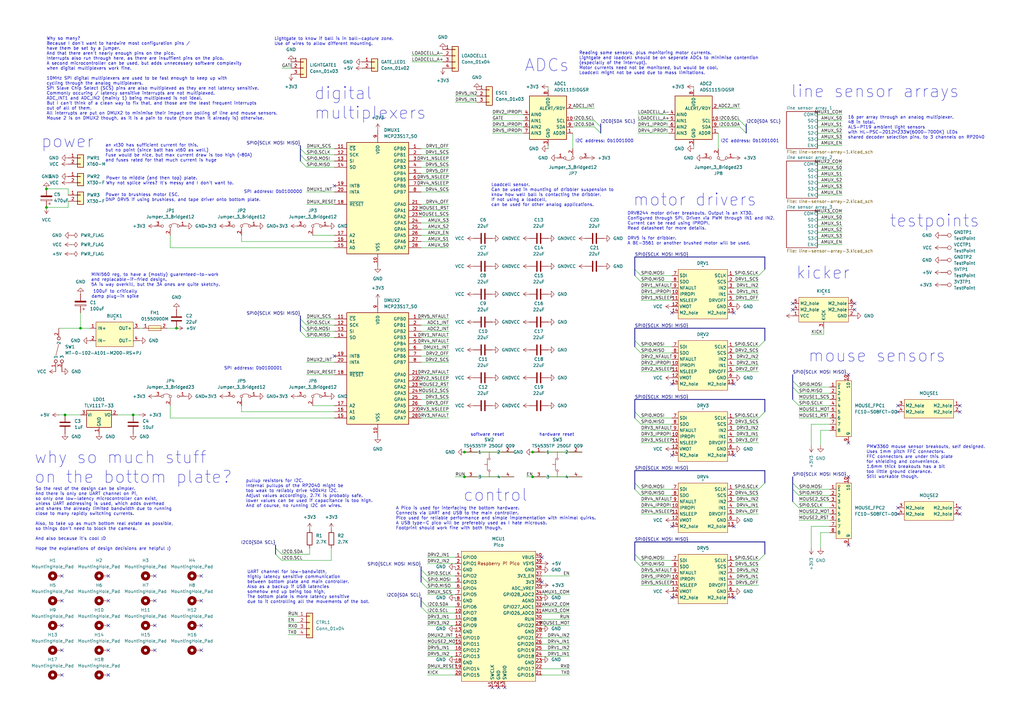
<source format=kicad_sch>
(kicad_sch (version 20231120) (generator "eeschema") (generator_version "8.0")
  (paper "A3")
  (junction (at 190.5 195.58))
  (junction (at 218.44 195.58))
  (junction (at 54.61 170.18))
  (junction (at 26.67 170.18))
  (junction (at 19.05 85.09))
  (junction (at 190.5 185.42))
  (junction (at 72.39 134.62))
  (junction (at 33.02 134.62))
  (junction (at 19.05 77.47))
  (junction (at 218.44 185.42))
  (no_connect (at 63.5 236.22))
  (no_connect (at 347.98 223.52))
  (no_connect (at 347.98 153.67))
  (no_connect (at 63.5 246.38))
  (no_connect (at 201.93 281.94))
  (no_connect (at 300.99 186.69))
  (no_connect (at 275.59 186.69))
  (no_connect (at 393.7 166.37))
  (no_connect (at 44.45 276.86))
  (no_connect (at 25.4 236.22))
  (no_connect (at 222.25 238.76))
  (no_connect (at 393.7 208.28))
  (no_connect (at 300.99 245.11))
  (no_connect (at 137.16 76.2))
  (no_connect (at 347.98 181.61))
  (no_connect (at 44.45 246.38))
  (no_connect (at 300.99 128.27))
  (no_connect (at 393.7 210.82))
  (no_connect (at 82.55 236.22))
  (no_connect (at 25.4 266.7))
  (no_connect (at 275.59 215.9))
  (no_connect (at 25.4 276.86))
  (no_connect (at 347.98 195.58))
  (no_connect (at 350.52 127))
  (no_connect (at 25.4 246.38))
  (no_connect (at 44.45 256.54))
  (no_connect (at 350.52 124.46))
  (no_connect (at 368.3 210.82))
  (no_connect (at 325.12 127))
  (no_connect (at 325.12 124.46))
  (no_connect (at 82.55 246.38))
  (no_connect (at 137.16 146.05))
  (no_connect (at 222.25 228.6))
  (no_connect (at 368.3 168.91))
  (no_connect (at 207.01 281.94))
  (no_connect (at 393.7 168.91))
  (no_connect (at 82.55 256.54))
  (no_connect (at 204.47 281.94))
  (no_connect (at 25.4 256.54))
  (no_connect (at 300.99 157.48))
  (no_connect (at 63.5 266.7))
  (no_connect (at 368.3 166.37))
  (no_connect (at 300.99 215.9))
  (no_connect (at 82.55 266.7))
  (no_connect (at 44.45 236.22))
  (no_connect (at 63.5 256.54))
  (no_connect (at 275.59 128.27))
  (no_connect (at 275.59 245.11))
  (no_connect (at 44.45 266.7))
  (no_connect (at 275.59 157.48))
  (no_connect (at 368.3 208.28))
  (bus_entry (at 311.15 200.66) (size 2.54 -2.54))
  (bus_entry (at 172.72 246.38) (size 2.54 2.54))
  (bus_entry (at 123.19 66.04) (size 2.54 2.54))
  (bus_entry (at 172.72 233.68) (size 2.54 2.54))
  (bus_entry (at 325.12 156.21) (size 2.54 2.54))
  (bus_entry (at 262.89 113.03) (size -2.54 -2.54))
  (bus_entry (at 262.89 229.87) (size -2.54 -2.54))
  (bus_entry (at 172.72 238.76) (size 2.54 2.54))
  (bus_entry (at 325.12 198.12) (size 2.54 2.54))
  (bus_entry (at 172.72 236.22) (size 2.54 2.54))
  (bus_entry (at 262.89 173.99) (size -2.54 -2.54))
  (bus_entry (at 262.89 115.57) (size -2.54 -2.54))
  (bus_entry (at 123.19 133.35) (size 2.54 2.54))
  (bus_entry (at 311.15 142.24) (size 2.54 -2.54))
  (bus_entry (at 311.15 113.03) (size 2.54 -2.54))
  (bus_entry (at 123.19 130.81) (size 2.54 2.54))
  (bus_entry (at 262.89 200.66) (size -2.54 -2.54))
  (bus_entry (at 262.89 171.45) (size -2.54 -2.54))
  (bus_entry (at 262.89 144.78) (size -2.54 -2.54))
  (bus_entry (at 123.19 135.89) (size 2.54 2.54))
  (bus_entry (at 246.38 54.61) (size -2.54 -2.54))
  (bus_entry (at 262.89 203.2) (size -2.54 -2.54))
  (bus_entry (at 325.12 205.74) (size 2.54 2.54))
  (bus_entry (at 262.89 142.24) (size -2.54 -2.54))
  (bus_entry (at 325.12 163.83) (size 2.54 2.54))
  (bus_entry (at 311.15 171.45) (size 2.54 -2.54))
  (bus_entry (at 246.38 52.07) (size -2.54 -2.54))
  (bus_entry (at 306.07 54.61) (size -2.54 -2.54))
  (bus_entry (at 306.07 52.07) (size -2.54 -2.54))
  (bus_entry (at 172.72 248.92) (size 2.54 2.54))
  (bus_entry (at 311.15 229.87) (size 2.54 -2.54))
  (bus_entry (at 325.12 158.75) (size 2.54 2.54))
  (bus_entry (at 123.19 60.96) (size 2.54 2.54))
  (bus_entry (at 123.19 63.5) (size 2.54 2.54))
  (bus_entry (at 113.03 227.33) (size 2.54 2.54))
  (bus_entry (at 262.89 232.41) (size -2.54 -2.54))
  (bus_entry (at 325.12 200.66) (size 2.54 2.54))
  (bus_entry (at 113.03 224.79) (size 2.54 2.54))
  (wire (pts (xy 300.99 152.4) (xy 311.15 152.4)))
  (wire (pts (xy 24.13 134.62) (xy 33.02 134.62)))
  (bus (pts (xy 123.19 63.5) (xy 123.19 66.04)))
  (wire (pts (xy 172.72 96.52) (xy 184.15 96.52)))
  (wire (pts (xy 118.11 260.35) (xy 121.92 260.35)))
  (wire (pts (xy 175.26 269.24) (xy 186.69 269.24)))
  (wire (pts (xy 327.66 166.37) (xy 340.36 166.37)))
  (wire (pts (xy 222.25 243.84) (xy 233.68 243.84)))
  (wire (pts (xy 172.72 73.66) (xy 184.15 73.66)))
  (wire (pts (xy 172.72 86.36) (xy 184.15 86.36)))
  (bus (pts (xy 313.69 105.41) (xy 260.35 105.41)))
  (wire (pts (xy 340.36 176.53) (xy 336.55 176.53)))
  (wire (pts (xy 233.68 256.54) (xy 222.25 256.54)))
  (wire (pts (xy 175.26 236.22) (xy 186.69 236.22)))
  (wire (pts (xy 115.57 227.33) (xy 127 227.33)))
  (wire (pts (xy 218.44 185.42) (xy 238.76 185.42)))
  (wire (pts (xy 335.28 49.53) (xy 345.44 49.53)))
  (wire (pts (xy 121.92 255.27) (xy 118.11 255.27)))
  (wire (pts (xy 275.59 205.74) (xy 262.89 205.74)))
  (wire (pts (xy 261.62 54.61) (xy 274.32 54.61)))
  (wire (pts (xy 186.69 245.11) (xy 186.69 246.38)))
  (wire (pts (xy 222.25 266.7) (xy 233.68 266.7)))
  (bus (pts (xy 325.12 195.58) (xy 325.12 198.12)))
  (wire (pts (xy 261.62 52.07) (xy 274.32 52.07)))
  (wire (pts (xy 327.66 203.2) (xy 340.36 203.2)))
  (bus (pts (xy 325.12 158.75) (xy 325.12 163.83)))
  (wire (pts (xy 27.94 77.47) (xy 19.05 77.47)))
  (bus (pts (xy 260.35 222.25) (xy 260.35 227.33)))
  (wire (pts (xy 137.16 78.74) (xy 125.73 78.74)))
  (wire (pts (xy 172.72 83.82) (xy 184.15 83.82)))
  (wire (pts (xy 300.99 205.74) (xy 311.15 205.74)))
  (bus (pts (xy 260.35 193.04) (xy 260.35 198.12)))
  (wire (pts (xy 172.72 168.91) (xy 184.15 168.91)))
  (wire (pts (xy 300.99 208.28) (xy 311.15 208.28)))
  (wire (pts (xy 300.99 229.87) (xy 311.15 229.87)))
  (wire (pts (xy 172.72 60.96) (xy 184.15 60.96)))
  (wire (pts (xy 172.72 93.98) (xy 184.15 93.98)))
  (wire (pts (xy 172.72 135.89) (xy 184.15 135.89)))
  (wire (pts (xy 175.26 238.76) (xy 186.69 238.76)))
  (bus (pts (xy 313.69 139.7) (xy 313.69 134.62)))
  (wire (pts (xy 222.25 269.24) (xy 233.68 269.24)))
  (wire (pts (xy 234.95 54.61) (xy 234.95 60.96)))
  (wire (pts (xy 335.28 87.63) (xy 345.44 87.63)))
  (wire (pts (xy 336.55 218.44) (xy 336.55 224.79)))
  (bus (pts (xy 313.69 222.25) (xy 260.35 222.25)))
  (wire (pts (xy 300.99 147.32) (xy 311.15 147.32)))
  (wire (pts (xy 175.26 264.16) (xy 186.69 264.16)))
  (wire (pts (xy 186.69 39.37) (xy 195.58 39.37)))
  (wire (pts (xy 172.72 171.45) (xy 184.15 171.45)))
  (wire (pts (xy 172.72 68.58) (xy 184.15 68.58)))
  (bus (pts (xy 172.72 246.38) (xy 172.72 248.92)))
  (wire (pts (xy 327.66 210.82) (xy 340.36 210.82)))
  (wire (pts (xy 332.74 173.99) (xy 340.36 173.99)))
  (wire (pts (xy 335.28 95.25) (xy 345.44 95.25)))
  (bus (pts (xy 260.35 105.41) (xy 260.35 110.49)))
  (wire (pts (xy 125.73 66.04) (xy 137.16 66.04)))
  (wire (pts (xy 99.06 99.06) (xy 99.06 96.52)))
  (wire (pts (xy 172.72 76.2) (xy 184.15 76.2)))
  (wire (pts (xy 172.72 138.43) (xy 184.15 138.43)))
  (wire (pts (xy 172.72 148.59) (xy 184.15 148.59)))
  (wire (pts (xy 335.28 77.47) (xy 345.44 77.47)))
  (bus (pts (xy 260.35 198.12) (xy 260.35 200.66)))
  (wire (pts (xy 300.99 203.2) (xy 311.15 203.2)))
  (bus (pts (xy 123.19 129.54) (xy 123.19 130.81)))
  (bus (pts (xy 313.69 198.12) (xy 313.69 193.04)))
  (wire (pts (xy 262.89 120.65) (xy 275.59 120.65)))
  (wire (pts (xy 294.64 54.61) (xy 294.64 60.96)))
  (wire (pts (xy 332.74 182.88) (xy 332.74 173.99)))
  (wire (pts (xy 186.69 195.58) (xy 190.5 195.58)))
  (wire (pts (xy 137.16 153.67) (xy 125.73 153.67)))
  (wire (pts (xy 275.59 118.11) (xy 262.89 118.11)))
  (wire (pts (xy 137.16 168.91) (xy 99.06 168.91)))
  (bus (pts (xy 260.35 139.7) (xy 260.35 142.24)))
  (wire (pts (xy 172.72 91.44) (xy 184.15 91.44)))
  (wire (pts (xy 184.15 158.75) (xy 172.72 158.75)))
  (wire (pts (xy 327.66 163.83) (xy 340.36 163.83)))
  (wire (pts (xy 261.62 49.53) (xy 274.32 49.53)))
  (bus (pts (xy 260.35 110.49) (xy 260.35 113.03)))
  (bus (pts (xy 260.35 227.33) (xy 260.35 229.87)))
  (wire (pts (xy 335.28 100.33) (xy 345.44 100.33)))
  (wire (pts (xy 327.66 208.28) (xy 340.36 208.28)))
  (bus (pts (xy 246.38 52.07) (xy 246.38 54.61)))
  (wire (pts (xy 262.89 179.07) (xy 275.59 179.07)))
  (wire (pts (xy 262.89 210.82) (xy 275.59 210.82)))
  (wire (pts (xy 340.36 218.44) (xy 336.55 218.44)))
  (bus (pts (xy 313.69 168.91) (xy 313.69 163.83)))
  (wire (pts (xy 175.26 248.92) (xy 186.69 248.92)))
  (wire (pts (xy 222.25 264.16) (xy 233.68 264.16)))
  (wire (pts (xy 222.25 251.46) (xy 233.68 251.46)))
  (wire (pts (xy 327.66 161.29) (xy 340.36 161.29)))
  (wire (pts (xy 186.69 257.81) (xy 186.69 259.08)))
  (bus (pts (xy 172.72 233.68) (xy 172.72 236.22)))
  (bus (pts (xy 123.19 130.81) (xy 123.19 133.35)))
  (wire (pts (xy 175.26 241.3) (xy 186.69 241.3)))
  (wire (pts (xy 300.99 234.95) (xy 311.15 234.95)))
  (bus (pts (xy 172.72 232.41) (xy 172.72 233.68)))
  (wire (pts (xy 335.28 46.99) (xy 345.44 46.99)))
  (wire (pts (xy 172.72 161.29) (xy 184.15 161.29)))
  (wire (pts (xy 137.16 83.82) (xy 125.73 83.82)))
  (wire (pts (xy 327.66 205.74) (xy 340.36 205.74)))
  (wire (pts (xy 172.72 166.37) (xy 184.15 166.37)))
  (wire (pts (xy 175.26 228.6) (xy 186.69 228.6)))
  (wire (pts (xy 300.99 120.65) (xy 311.15 120.65)))
  (wire (pts (xy 300.99 123.19) (xy 311.15 123.19)))
  (wire (pts (xy 127 224.79) (xy 127 227.33)))
  (wire (pts (xy 284.48 35.56) (xy 284.48 36.83)))
  (wire (pts (xy 175.26 266.7) (xy 186.69 266.7)))
  (wire (pts (xy 121.92 252.73) (xy 118.11 252.73)))
  (bus (pts (xy 325.12 153.67) (xy 325.12 156.21)))
  (wire (pts (xy 300.99 144.78) (xy 311.15 144.78)))
  (wire (pts (xy 262.89 115.57) (xy 275.59 115.57)))
  (wire (pts (xy 137.16 99.06) (xy 99.06 99.06)))
  (wire (pts (xy 24.13 170.18) (xy 26.67 170.18)))
  (wire (pts (xy 222.25 261.62) (xy 233.68 261.62)))
  (wire (pts (xy 294.64 44.45) (xy 303.53 44.45)))
  (bus (pts (xy 260.35 134.62) (xy 260.35 139.7)))
  (wire (pts (xy 137.16 171.45) (xy 69.85 171.45)))
  (bus (pts (xy 313.69 163.83) (xy 260.35 163.83)))
  (wire (pts (xy 168.91 22.86) (xy 181.61 22.86)))
  (wire (pts (xy 275.59 176.53) (xy 262.89 176.53)))
  (wire (pts (xy 125.73 63.5) (xy 137.16 63.5)))
  (wire (pts (xy 222.25 240.03) (xy 222.25 241.3)))
  (wire (pts (xy 262.89 173.99) (xy 275.59 173.99)))
  (wire (pts (xy 275.59 147.32) (xy 262.89 147.32)))
  (wire (pts (xy 172.72 143.51) (xy 184.15 143.51)))
  (wire (pts (xy 172.72 88.9) (xy 184.15 88.9)))
  (bus (pts (xy 325.12 156.21) (xy 325.12 158.75)))
  (wire (pts (xy 201.93 52.07) (xy 214.63 52.07)))
  (wire (pts (xy 332.74 137.16) (xy 337.82 137.16)))
  (wire (pts (xy 300.99 113.03) (xy 311.15 113.03)))
  (wire (pts (xy 175.26 243.84) (xy 186.69 243.84)))
  (wire (pts (xy 186.69 232.41) (xy 186.69 233.68)))
  (wire (pts (xy 125.73 130.81) (xy 137.16 130.81)))
  (wire (pts (xy 262.89 232.41) (xy 275.59 232.41)))
  (wire (pts (xy 335.28 57.15) (xy 345.44 57.15)))
  (bus (pts (xy 113.03 223.52) (xy 113.03 224.79)))
  (wire (pts (xy 172.72 99.06) (xy 184.15 99.06)))
  (wire (pts (xy 300.99 142.24) (xy 311.15 142.24)))
  (wire (pts (xy 262.89 203.2) (xy 275.59 203.2)))
  (wire (pts (xy 300.99 171.45) (xy 311.15 171.45)))
  (bus (pts (xy 313.69 227.33) (xy 313.69 222.25)))
  (wire (pts (xy 168.91 25.4) (xy 181.61 25.4)))
  (wire (pts (xy 300.99 118.11) (xy 311.15 118.11)))
  (bus (pts (xy 172.72 236.22) (xy 172.72 238.76)))
  (bus (pts (xy 123.19 133.35) (xy 123.19 135.89)))
  (wire (pts (xy 335.28 69.85) (xy 345.44 69.85)))
  (wire (pts (xy 337.82 137.16) (xy 337.82 134.62)))
  (wire (pts (xy 335.28 72.39) (xy 345.44 72.39)))
  (wire (pts (xy 327.66 168.91) (xy 340.36 168.91)))
  (wire (pts (xy 186.69 274.32) (xy 175.26 274.32)))
  (wire (pts (xy 336.55 176.53) (xy 336.55 182.88)))
  (wire (pts (xy 327.66 171.45) (xy 340.36 171.45)))
  (wire (pts (xy 335.28 97.79) (xy 345.44 97.79)))
  (wire (pts (xy 262.89 149.86) (xy 275.59 149.86)))
  (wire (pts (xy 172.72 140.97) (xy 184.15 140.97)))
  (bus (pts (xy 306.07 52.07) (xy 306.07 54.61)))
  (wire (pts (xy 135.89 229.87) (xy 135.89 224.79)))
  (wire (pts (xy 300.99 181.61) (xy 311.15 181.61)))
  (wire (pts (xy 261.62 46.99) (xy 274.32 46.99)))
  (wire (pts (xy 128.27 96.52) (xy 137.16 96.52)))
  (wire (pts (xy 137.16 148.59) (xy 125.73 148.59)))
  (wire (pts (xy 186.69 41.91) (xy 195.58 41.91)))
  (wire (pts (xy 172.72 130.81) (xy 184.15 130.81)))
  (wire (pts (xy 118.11 257.81) (xy 121.92 257.81)))
  (wire (pts (xy 335.28 80.01) (xy 345.44 80.01)))
  (wire (pts (xy 186.69 276.86) (xy 175.26 276.86)))
  (bus (pts (xy 313.69 193.04) (xy 260.35 193.04)))
  (wire (pts (xy 27.94 82.55) (xy 27.94 85.09)))
  (bus (pts (xy 113.03 224.79) (xy 113.03 227.33)))
  (wire (pts (xy 222.25 245.11) (xy 222.25 246.38)))
  (bus (pts (xy 313.69 110.49) (xy 313.69 105.41)))
  (wire (pts (xy 234.95 52.07) (xy 243.84 52.07)))
  (wire (pts (xy 115.57 229.87) (xy 135.89 229.87)))
  (wire (pts (xy 128.27 166.37) (xy 137.16 166.37)))
  (wire (pts (xy 68.58 134.62) (xy 72.39 134.62)))
  (wire (pts (xy 218.44 195.58) (xy 238.76 195.58)))
  (wire (pts (xy 172.72 133.35) (xy 184.15 133.35)))
  (wire (pts (xy 300.99 237.49) (xy 311.15 237.49)))
  (wire (pts (xy 222.25 236.22) (xy 233.68 236.22)))
  (wire (pts (xy 137.16 101.6) (xy 69.85 101.6)))
  (wire (pts (xy 300.99 240.03) (xy 311.15 240.03)))
  (wire (pts (xy 172.72 63.5) (xy 184.15 63.5)))
  (bus (pts (xy 260.35 168.91) (xy 260.35 171.45)))
  (wire (pts (xy 27.94 85.09) (xy 19.05 85.09)))
  (wire (pts (xy 201.93 46.99) (xy 214.63 46.99)))
  (wire (pts (xy 234.95 49.53) (xy 243.84 49.53)))
  (bus (pts (xy 172.72 245.11) (xy 172.72 246.38)))
  (wire (pts (xy 215.9 195.58) (xy 218.44 195.58)))
  (wire (pts (xy 294.64 52.07) (xy 303.53 52.07)))
  (wire (pts (xy 234.95 44.45) (xy 243.84 44.45)))
  (wire (pts (xy 172.72 146.05) (xy 184.15 146.05)))
  (wire (pts (xy 48.26 170.18) (xy 54.61 170.18)))
  (wire (pts (xy 300.99 179.07) (xy 311.15 179.07)))
  (wire (pts (xy 172.72 78.74) (xy 184.15 78.74)))
  (wire (pts (xy 275.59 234.95) (xy 262.89 234.95)))
  (bus (pts (xy 246.38 50.8) (xy 246.38 52.07)))
  (wire (pts (xy 335.28 52.07) (xy 345.44 52.07)))
  (wire (pts (xy 115.57 27.94) (xy 119.38 27.94)))
  (wire (pts (xy 335.28 59.69) (xy 345.44 59.69)))
  (wire (pts (xy 175.26 256.54) (xy 186.69 256.54)))
  (wire (pts (xy 190.5 185.42) (xy 210.82 185.42)))
  (wire (pts (xy 262.89 113.03) (xy 275.59 113.03)))
  (wire (pts (xy 222.25 257.81) (xy 222.25 259.08)))
  (wire (pts (xy 175.26 251.46) (xy 186.69 251.46)))
  (wire (pts (xy 172.72 163.83) (xy 184.15 163.83)))
  (bus (pts (xy 325.12 198.12) (xy 325.12 200.66)))
  (wire (pts (xy 201.93 49.53) (xy 214.63 49.53)))
  (wire (pts (xy 99.06 168.91) (xy 99.06 166.37)))
  (wire (pts (xy 300.99 149.86) (xy 311.15 149.86)))
  (wire (pts (xy 335.28 67.31) (xy 345.44 67.31)))
  (wire (pts (xy 300.99 115.57) (xy 311.15 115.57)))
  (wire (pts (xy 262.89 229.87) (xy 275.59 229.87)))
  (wire (pts (xy 332.74 224.79) (xy 332.74 215.9)))
  (wire (pts (xy 300.99 232.41) (xy 311.15 232.41)))
  (wire (pts (xy 335.28 90.17) (xy 345.44 90.17)))
  (wire (pts (xy 262.89 208.28) (xy 275.59 208.28)))
  (wire (pts (xy 175.26 231.14) (xy 186.69 231.14)))
  (wire (pts (xy 300.99 173.99) (xy 311.15 173.99)))
  (wire (pts (xy 294.64 49.53) (xy 303.53 49.53)))
  (wire (pts (xy 327.66 213.36) (xy 340.36 213.36)))
  (wire (pts (xy 69.85 101.6) (xy 69.85 96.52)))
  (wire (pts (xy 172.72 71.12) (xy 184.15 71.12)))
  (wire (pts (xy 27.94 80.01) (xy 27.94 77.47)))
  (wire (pts (xy 224.79 60.96) (xy 224.79 59.69)))
  (wire (pts (xy 284.48 60.96) (xy 284.48 59.69)))
  (bus (pts (xy 313.69 134.62) (xy 260.35 134.62)))
  (wire (pts (xy 224.79 35.56) (xy 224.79 36.83)))
  (wire (pts (xy 172.72 156.21) (xy 184.15 156.21)))
  (wire (pts (xy 175.26 261.62) (xy 186.69 261.62)))
  (wire (pts (xy 125.73 138.43) (xy 137.16 138.43)))
  (wire (pts (xy 54.61 170.18) (xy 57.15 170.18)))
  (wire (pts (xy 33.02 134.62) (xy 36.83 134.62)))
  (wire (pts (xy 332.74 215.9) (xy 340.36 215.9)))
  (wire (pts (xy 262.89 240.03) (xy 275.59 240.03)))
  (wire (pts (xy 186.69 270.51) (xy 186.69 271.78)))
  (wire (pts (xy 201.93 54.61) (xy 214.63 54.61)))
  (wire (pts (xy 335.28 74.93) (xy 345.44 74.93)))
  (wire (pts (xy 190.5 195.58) (xy 210.82 195.58)))
  (wire (pts (xy 335.28 54.61) (xy 345.44 54.61)))
  (wire (pts (xy 262.89 181.61) (xy 275.59 181.61)))
  (bus (pts (xy 325.12 200.66) (xy 325.12 205.74)))
  (wire (pts (xy 222.25 270.51) (xy 222.25 271.78)))
  (wire (pts (xy 300.99 200.66) (xy 311.15 200.66)))
  (wire (pts (xy 175.26 254) (xy 186.69 254)))
  (wire (pts (xy 262.89 142.24) (xy 275.59 142.24)))
  (wire (pts (xy 262.89 123.19) (xy 275.59 123.19)))
  (wire (pts (xy 327.66 158.75) (xy 340.36 158.75)))
  (wire (pts (xy 262.89 144.78) (xy 275.59 144.78)))
  (wire (pts (xy 222.25 248.92) (xy 233.68 248.92)))
  (wire (pts (xy 300.99 210.82) (xy 311.15 210.82)))
  (wire (pts (xy 262.89 171.45) (xy 275.59 171.45)))
  (wire (pts (xy 172.72 153.67) (xy 184.15 153.67)))
  (wire (pts (xy 69.85 171.45) (xy 69.85 166.37)))
  (wire (pts (xy 262.89 200.66) (xy 275.59 200.66)))
  (wire (pts (xy 125.73 135.89) (xy 137.16 135.89)))
  (wire (pts (xy 222.25 254) (xy 233.68 254)))
  (wire (pts (xy 335.28 92.71) (xy 345.44 92.71)))
  (wire (pts (xy 26.67 170.18) (xy 33.02 170.18)))
  (wire (pts (xy 222.25 276.86) (xy 233.68 276.86)))
  (wire (pts (xy 57.15 134.62) (xy 58.42 134.62)))
  (wire (pts (xy 125.73 133.35) (xy 137.16 133.35)))
  (wire (pts (xy 262.89 237.49) (xy 275.59 237.49)))
  (bus (pts (xy 123.19 59.69) (xy 123.19 60.96)))
  (wire (pts (xy 172.72 66.04) (xy 184.15 66.04)))
  (wire (pts (xy 125.73 68.58) (xy 137.16 68.58)))
  (wire (pts (xy 222.25 274.32) (xy 233.68 274.32)))
  (wire (pts (xy 125.73 60.96) (xy 137.16 60.96)))
  (bus (pts (xy 123.19 60.96) (xy 123.19 63.5)))
  (wire (pts (xy 33.02 128.27) (xy 33.02 134.62)))
  (wire (pts (xy 327.66 200.66) (xy 340.36 200.66)))
  (wire (pts (xy 262.89 152.4) (xy 275.59 152.4)))
  (wire (pts (xy 172.72 101.6) (xy 184.15 101.6)))
  (wire (pts (xy 300.99 176.53) (xy 311.15 176.53)))
  (bus (pts (xy 306.07 50.8) (xy 306.07 52.07)))
  (bus (pts (xy 260.35 163.83) (xy 260.35 168.91)))
  (text "line sensor arrays" (at 358.902 37.592 0) (effects (font (size 5 5))))
  (text "Why so many?\nBecause I don't want to hardwire most configuration pins /\nhave them be set by a jumper.\nAnd that there aren't nearly enough pins on the pico.\nInterrupts also run through here, as there are insuffient pins on the pico.\nA second microcontroller can be used, but adds unnecessary software complexity\nwhen digital multiplexers work fine.\n\n10MHz SPI digital multiplexers are used to be fast enough to keep up with\ncycling through the analog multiplexers.\nSPI Slave Chip Select (SCS) pins are also multiplexed as they are not latency sensitive.\nCommonly occuring / latency sensitive interrupts are not multiplexed.\nADC_INT1 and ADC_IN2 (mainly 1) being multiplexed is not ideal.\nBut I can't think of a clean way to fix that, and those are the least frequent interrupts\nout of all of them.\nAll interrupts are put on DMUX2 to minimise their impact on polling of line and mouse sensors.\nMouse 2 is on DMUX2 though, as it is a pain to route (more than it already is) otherwise." (at 19.05 32.258 0) (effects (font (size 1.27 1.27)) (justify left)))
  (text "Lightgate to know if ball is in ball-capture zone.\nUse of wires to allow different mounting." (at 112.522 17.018 0) (effects (font (size 1.27 1.27)) (justify left)))
  (text "digital\nmultiplexers" (at 128.778 42.418 0) (effects (font (size 5 5)) (justify left)))
  (text "control" (at 203.2 203.2 0) (effects (font (size 5 5))))
  (text "Power to brushless motor ESC.\nDNP DRV5 if using brushless, and tape driver onto bottom plate." (at 43.18 81.026 0) (effects (font (size 1.27 1.27)) (justify left)))
  (text "I2C address: 0b1001000" (at 247.904 57.912 0) (effects (font (size 1.27 1.27))))
  (text "100uF to critically\ndamp plug-in spike" (at 47.244 120.65 0) (effects (font (size 1.27 1.27))))
  (text "Power to middle (and then top) plate.\nWhy not splice wires? It's messy and I don't want to." (at 43.434 74.168 0) (effects (font (size 1.27 1.27)) (justify left)))
  (text "PMW3360 mouse sensor breakouts, self designed.\nUses 1mm pitch FFC connectors.\nFFC connectors are under this plate\nfor shielding and convenience.\n1.6mm thick breakouts has a bit\ntoo little ground clearance.\nStill workable though." (at 355.346 189.484 0) (effects (font (size 1.27 1.27)) (justify left)))
  (text "MINI560 reg, to have a (mostly) guarenteed-to-work\nand replacable-if-fried design.\n5A is way overkill, but the 3A ones are quite sketchy." (at 37.338 114.808 0) (effects (font (size 1.27 1.27)) (justify left)))
  (text "UART channel for low-bandwidth,\nhighly latency sensitive communication\nbetween bottom plate and main controller.\nAlso as a backup if USB latencies\nsomehow end up being too high,\nThe bottom plate is more latency sensitive\ndue to it controlling all the movements of the bot." (at 101.346 240.792 0) (effects (font (size 1.27 1.27)) (justify left)))
  (text "A Pico is used for interfacing the bottom hardware.\nConnects via UART and USB to the main controller.\nPico used for reliable performance and simple implementation with minimal quirks.\nA USB type-C pico will be preferably used as I hate microusb.\nFootprint should work fine with both though." (at 162.306 212.598 0) (effects (font (size 1.27 1.27)) (justify left)))
  (text "So the rest of the design can be simpler.\nAnd there is only one UART channel on Pi,\nso only one low-latency microcontroller can exist,\nunless UART addressing is used, which adds overhead\nand shares the already limited bandwidth due to running\nclose to many rapidly switching currents.\n\nAlso, to take up as much bottom real estate as possible,\nso things don't need to block the camera.\n\nAnd also because it's cool :D\n\nHope the explanations of design decisions are helpful :)" (at 14.478 212.852 0) (effects (font (size 1.27 1.27)) (justify left)))
  (text "testpoints" (at 383.286 90.678 0) (effects (font (size 5 5))))
  (text "mouse sensors" (at 359.664 146.05 0) (effects (font (size 5 5))))
  (text "SPI address: 0b0100000" (at 112.014 78.74 0) (effects (font (size 1.27 1.27))))
  (text "power" (at 16.764 58.166 0) (effects (font (size 5 5)) (justify left)))
  (text "hardware reset" (at 228.346 178.308 0) (effects (font (size 1.27 1.27))))
  (text "ADCs" (at 224.282 26.924 0) (effects (font (size 5 5))))
  (text "kicker" (at 337.566 112.014 0) (effects (font (size 5 5))))
  (text "pullup resistors for I2C.\nInternal pullups of the RP2040 might be\ntoo weak to reliably drive 400kHz I2C.\nAdjust values accordingly, 2.7K is probably safe.\nlower values can be used if capacitance is too high.\nAnd of course, no running I2C on wires." (at 100.838 202.438 0) (effects (font (size 1.27 1.27)) (justify left)))
  (text "an xt30 has sufficient current for this.\nbut no point (since batt has xt60 as well.)\nFuse would be nice, but max current draw is too high (~80A)\nand fuses rated for that much current is huge" (at 43.18 62.738 0) (effects (font (size 1.27 1.27)) (justify left)))
  (text "SPI address: 0b0100001" (at 103.886 151.13 0) (effects (font (size 1.27 1.27))))
  (text "I2C address: 0b1001001" (at 307.594 57.912 0) (effects (font (size 1.27 1.27))))
  (text "Loadcell sensor.\nCan be used in mounting of dribbler suspension to\nknow how well ball is contacting the dribbler.\nIf not using a loadcell,\ncan be used for other analog applications." (at 201.422 80.01 0) (effects (font (size 1.27 1.27)) (justify left)))
  (text "software reset" (at 199.898 178.308 0) (effects (font (size 1.27 1.27))))
  (text "16 per array through an analog multiplexer.\n48 in total.\nALS-PT19 ambient light sensors\nwith HL-PSC-2012H233W(6000-7000K) LEDs\nshared decoder selection pins, to 3 channels on RP2040" (at 347.726 52.324 0) (effects (font (size 1.27 1.27)) (justify left)))
  (text "DRV8244 motor driver breakouts. Output is an XT30.\nConfigured through SPI. Driven via PWM through IN1 and IN2.\nCurrent can be read using IPROPI.\nRead datasheet for more details.\n\nDRV5 is for dribbler.\nA BE-3561 or another brushed motor will be used." (at 257.302 93.726 0) (effects (font (size 1.27 1.27)) (justify left)))
  (text "Reading some sensors, plus monitoring motor currents.\nLightgate and loadcell should be on seperate ADCs to minimise contention\n(especially of the interrupt).\nMotor currents need not be monitored, but would be cool.\nLoadcell might not be used due to mass limitations." (at 237.49 25.908 0) (effects (font (size 1.27 1.27)) (justify left)))
  (text "why so much stuff\non the bottom plate?" (at 13.97 191.77 0) (effects (font (size 5 5)) (justify left)))
  (text "motor drivers" (at 284.988 82.042 0) (effects (font (size 5 5))))
  (label "DRV1_IN2" (at 233.68 266.7 180))
  (label "DRV2_NFAULT" (at 262.89 147.32 0))
  (label "DRV3_IPROPI" (at 262.89 179.07 0))
  (label "EN" (at 118.11 255.27 0))
  (label "DRV3_IN2" (at 311.15 176.53 180))
  (label "I2C0.SDA" (at 175.26 248.92 0))
  (label "DRV5_NSLEEP" (at 184.15 73.66 180))
  (label "MOUSE2_RST" (at 184.15 158.75 180))
  (label "RX0" (at 233.68 274.32 180))
  (label "GATE" (at 201.93 49.53 0))
  (label "TX0" (at 233.68 276.86 180))
  (label "SPI0.MISO" (at 125.73 68.58 0))
  (label "DRV2_SCS" (at 184.15 148.59 180))
  (label "AMUX_S3" (at 345.44 57.15 180))
  (label "I2C0{SDA SCL}" (at 246.38 50.8 0))
  (label "SPI0.MOSI" (at 262.89 142.24 0))
  (label "SPI0.MISO" (at 125.73 138.43 0))
  (label "DRV2_IN2" (at 311.15 147.32 180))
  (label "ADC2_INT" (at 184.15 135.89 180))
  (label "SPI0.MOSI" (at 262.89 229.87 0))
  (label "SPI0.MISO" (at 262.89 173.99 0))
  (label "LOADCELL_A+" (at 168.91 25.4 0))
  (label "DRV5_IN2" (at 311.15 234.95 180))
  (label "DRV4_IPROPI" (at 262.89 208.28 0))
  (label "I2C0.SCL" (at 303.53 49.53 180))
  (label "MOUSE1_RST" (at 327.66 171.45 0))
  (label "MOUSE2_SCS" (at 327.66 205.74 0))
  (label "SPI0{SCLK MOSI MISO}" (at 123.19 59.69 180))
  (label "SPI0.SCLK" (at 311.15 229.87 180))
  (label "AMUX_S0" (at 184.15 101.6 180))
  (label "MOUSE2_RST" (at 327.66 213.36 0))
  (label "TX0" (at 118.11 260.35 0))
  (label "SPI0.MISO" (at 327.66 203.2 0))
  (label "DRV1_NFAULT" (at 262.89 118.11 0))
  (label "DRV5_IPROPI" (at 201.93 54.61 0))
  (label "DRV3_OFF" (at 184.15 166.37 180))
  (label "MOUSE2_MOT" (at 175.26 264.16 0))
  (label "DRV5_IN2" (at 175.26 269.24 0))
  (label "SPI0.SCLK" (at 175.26 236.22 0))
  (label "KICK" (at 332.74 137.16 0))
  (label "AMUX_S0" (at 345.44 90.17 180))
  (label "SPI0{SCLK MOSI MISO}" (at 260.35 105.41 0))
  (label "DRV2_NFAULT" (at 184.15 153.67 180))
  (label "SPI0.MOSI" (at 327.66 200.66 0))
  (label "DRV2_IPROPI" (at 262.89 149.86 0))
  (label "DMUX2_INT" (at 125.73 148.59 0))
  (label "SPI0.MOSI" (at 327.66 158.75 0))
  (label "AMUX1_COM" (at 345.44 46.99 180))
  (label "DRV5_IN1" (at 175.26 266.7 0))
  (label "DRV4_NFAULT" (at 262.89 205.74 0))
  (label "DMUX2_INT" (at 175.26 261.62 0))
  (label "DRV4_IN2" (at 311.15 205.74 180))
  (label "SPI0{SCLK MOSI MISO}" (at 260.35 163.83 0))
  (label "SPI0.SCLK" (at 311.15 142.24 180))
  (label "DRV4_IN2" (at 233.68 261.62 180))
  (label "AMUX2_COM" (at 345.44 67.31 180))
  (label "DRV5_IN1" (at 186.69 41.91 0))
  (label "SPI0.MISO" (at 262.89 144.78 0))
  (label "DRV5_NFAULT" (at 184.15 130.81 180))
  (label "MOUSE1_MOT" (at 233.68 256.54 180))
  (label "SPI0.MOSI" (at 175.26 238.76 0))
  (label "MOUSE1_SCS" (at 184.15 88.9 180))
  (label "MOUSE1_SCS" (at 327.66 163.83 0))
  (label "DRV2_OFF" (at 184.15 146.05 180))
  (label "LOADCELL_A+" (at 261.62 49.53 0))
  (label "RUN" (at 186.69 195.58 0))
  (label "DRV5_OFF" (at 184.15 71.12 180))
  (label "I2C0{SDA SCL}" (at 172.72 245.11 180))
  (label "SPI0.SCLK" (at 311.15 113.03 180))
  (label "DMUX_SCS" (at 125.73 60.96 0))
  (label "DRV5_OFF" (at 311.15 240.03 180))
  (label "DRV3_IN1" (at 311.15 179.07 180))
  (label "SPI0.SCLK" (at 125.73 133.35 0))
  (label "DRV2_IN1" (at 311.15 149.86 180))
  (label "DRV3_IN2" (at 175.26 256.54 0))
  (label "SPI0.SCLK" (at 311.15 200.66 180))
  (label "AMUX_S1" (at 345.44 72.39 180))
  (label "I2C0.SDA" (at 243.84 52.07 180))
  (label "DRV4_IN1" (at 233.68 264.16 180))
  (label "DRV2_IN2" (at 175.26 231.14 0))
  (label "AMUX2_COM" (at 233.68 248.92 180))
  (label "DMUX_RESET" (at 125.73 153.67 0))
  (label "MOUSE2_MOT" (at 327.66 210.82 0))
  (label "DRV1_IN1" (at 311.15 120.65 180))
  (label "DRV3_OFF" (at 311.15 181.61 180))
  (label "DRV3_NFAULT" (at 184.15 171.45 180))
  (label "DMUX1_INT" (at 184.15 143.51 180))
  (label "AMUX_S0" (at 345.44 49.53 180))
  (label "SPI0.MISO" (at 327.66 161.29 0))
  (label "AMUX_S3" (at 345.44 77.47 180))
  (label "SPI0.MOSI" (at 262.89 113.03 0))
  (label "DRV1_IN1" (at 233.68 269.24 180))
  (label "AMUX_S2" (at 345.44 95.25 180))
  (label "SPI0{SCLK MOSI MISO}" (at 260.35 134.62 0))
  (label "AMUX_S3" (at 184.15 91.44 180))
  (label "EN" (at 215.9 195.58 0))
  (label "AMUX3_COM" (at 233.68 251.46 180))
  (label "SPI0.MISO" (at 262.89 115.57 0))
  (label "SPI0.MISO" (at 175.26 241.3 0))
  (label "DRV1_IPROPI" (at 261.62 52.07 0))
  (label "DRV5_IN2" (at 186.69 39.37 0))
  (label "AMUX_EN" (at 345.44 59.69 180))
  (label "DRV2_NSLEEP" (at 262.89 152.4 0))
  (label "DMUX1_INT" (at 125.73 78.74 0))
  (label "SPI0{SCLK MOSI MISO}" (at 260.35 193.04 0))
  (label "DRV3_SCS" (at 184.15 163.83 180))
  (label "SPI0{SCLK MOSI MISO}" (at 325.12 195.58 0))
  (label "AMUX1_COM" (at 233.68 243.84 180))
  (label "SPI0{SCLK MOSI MISO}" (at 325.12 153.67 0))
  (label "SPI0{SCLK MOSI MISO}" (at 260.35 222.25 0))
  (label "LOADCELL_A-" (at 261.62 46.99 0))
  (label "DMUX_RESET" (at 175.26 274.32 0))
  (label "DRV4_OFF" (at 311.15 210.82 180))
  (label "DRV4_NSLEEP" (at 184.15 76.2 180))
  (label "SPI0{SCLK MOSI MISO}" (at 123.19 129.54 180))
  (label "DRV4_IN1" (at 311.15 208.28 180))
  (label "MOUSE1_MOT" (at 327.66 168.91 0))
  (label "MOUSE2_SCS" (at 184.15 161.29 180))
  (label "SPI0.MOSI" (at 262.89 171.45 0))
  (label "DRV1_OFF" (at 184.15 60.96 180))
  (label "DRV1_NSLEEP" (at 184.15 66.04 180))
  (label "AMUX_S1" (at 345.44 92.71 180))
  (label "LOADCELL_A-" (at 168.91 22.86 0))
  (label "DRV5_NSLEEP" (at 262.89 240.03 0))
  (label "DRV3_NSLEEP" (at 262.89 181.61 0))
  (label "DRV1_IN2" (at 311.15 118.11 180))
  (label "RUN" (at 118.11 252.73 0))
  (label "DRV2_SCS" (at 311.15 144.78 180))
  (label "SPI0{SCLK MOSI MISO}" (at 172.72 232.41 180))
  (label "AMUX3_COM" (at 345.44 87.63 180))
  (label "DRV5_IPROPI" (at 262.89 237.49 0))
  (label "SPI0.SCLK" (at 125.73 63.5 0))
  (label "AMUX_S0" (at 345.44 69.85 180))
  (label "DRV1_SCS" (at 184.15 63.5 180))
  (label "AMUX_EN" (at 345.44 80.01 180))
  (label "DMUX_SCS" (at 125.73 130.81 0))
  (label "DRV1_NSLEEP" (at 262.89 123.19 0))
  (label "SPI0.SCLK" (at 311.15 171.45 180))
  (label "I2C0{SDA SCL}" (at 306.07 50.8 0))
  (label "SPI0.MOSI" (at 125.73 135.89 0))
  (label "I2C0.SCL" (at 115.57 229.87 0))
  (label "AMUX_S2" (at 184.15 93.98 180))
  (label "DRV2_NSLEEP" (at 184.15 156.21 180))
  (label "AMUX_S1" (at 184.15 99.06 180))
  (label "GATE" (at 115.57 27.94 0))
  (label "DRV2_IPROPI" (at 201.93 46.99 0))
  (label "AMUX_S3" (at 345.44 97.79 180))
  (label "I2C0{SDA SCL}" (at 113.03 223.52 180))
  (label "ADC2_INT" (at 303.53 44.45 180))
  (label "AMUX_EN" (at 345.44 100.33 180))
  (label "SPI0.MISO" (at 262.89 232.41 0))
  (label "DMUX_RESET" (at 125.73 83.82 0))
  (label "DRV1_OFF" (at 311.15 123.19 180))
  (label "DRV4_SCS" (at 184.15 78.74 180))
  (label "DRV4_IPROPI" (at 261.62 54.61 0))
  (label "DRV3_IPROPI" (at 201.93 52.07 0))
  (label "DRV3_NSLEEP" (at 184.15 168.91 180))
  (label "DRV2_OFF" (at 311.15 152.4 180))
  (label "ADC1_INT" (at 184.15 133.35 180))
  (label "MOUSE1_RST" (at 184.15 86.36 180))
  (label "I2C0.SDA" (at 303.53 52.07 180))
  (label "AMUX_EN" (at 184.15 96.52 180))
  (label "ADC1_INT" (at 243.84 44.45 180))
  (label "DRV3_IN1" (at 175.26 254 0))
  (label "DRV1_NFAULT" (at 184.15 138.43 180))
  (label "SPI0.MOSI" (at 262.89 200.66 0))
  (label "DRV4_NSLEEP" (at 262.89 210.82 0))
  (label "EN" (at 233.68 236.22 180))
  (label "AMUX_S1" (at 345.44 52.07 180))
  (label "SPI0.MOSI" (at 125.73 66.04 0))
  (label "AMUX_S2" (at 345.44 54.61 180))
  (label "DRV5_SCS" (at 184.15 68.58 180))
  (label "RUN" (at 233.68 254 180))
  (label "DRV3_NFAULT" (at 262.89 176.53 0))
  (label "I2C0.SCL" (at 175.26 251.46 0))
  (label "DMUX_SCS" (at 175.26 243.84 0))
  (label "DRV5_NFAULT" (at 262.89 234.95 0))
  (label "DRV5_IN1" (at 311.15 237.49 180))
  (label "DRV4_SCS" (at 311.15 203.2 180))
  (label "DRV1_IPROPI" (at 262.89 120.65 0))
  (label "SPI0.MISO" (at 262.89 203.2 0))
  (label "KICK" (at 175.26 276.86 0))
  (label "SPI0.SCLK" (at 327.66 208.28 0))
  (label "DRV4_NFAULT" (at 184.15 140.97 180))
  (label "I2C0.SCL" (at 243.84 49.53 180))
  (label "AMUX_S2" (at 345.44 74.93 180))
  (label "DRV5_SCS" (at 311.15 232.41 180))
  (label "DRV4_OFF" (at 184.15 83.82 180))
  (label "I2C0.SDA" (at 115.57 227.33 0))
  (label "SPI0.SCLK" (at 327.66 166.37 0))
  (label "DRV3_SCS" (at 311.15 173.99 180))
  (label "DRV2_IN1" (at 175.26 228.6 0))
  (label "DRV1_SCS" (at 311.15 115.57 180))
  (label "RX0" (at 118.11 257.81 0))
  (symbol (lib_id "power:GND") (at 105.41 162.56 90) (unit 1)
    (property "Reference" "#PWR025" (effects (hide yes)))
    (property "Value" "GND" (at 109.22 162.5599 90) (effects (justify right)))
    (property "Description" "Power symbol creates a global label with name \"GND\" , ground" (effects (hide yes)))
  )
  (symbol (lib_id "Device:C") (at 198.12 97.79 90) (mirror x) (unit 1)
    (property "Reference" "C6" (at 198.12 90.17 90))
    (property "Value" "22uF" (at 198.12 92.71 90))
    (property "Footprint" "PCM_Capacitor_SMD_AKL:C_0805_2012Metric_Pad1.15x1.40mm_HandSolder" (effects (hide yes)))
    (property "Description" "Unpolarized capacitor" (effects (hide yes)))
  )
  (symbol (lib_id "Mechanical:MountingHole_Pad") (at 22.86 276.86 90) (unit 1) (exclude_from_sim yes) (in_bom no)
    (property "Reference" "H17" (at 21.59 270.51 90))
    (property "Value" "MountingHole_Pad" (at 21.59 273.05 90))
    (property "Footprint" "MountingHole:MountingHole_2.2mm_M2_Pad_Via" (effects (hide yes)))
    (property "Description" "Mounting Hole with connection" (effects (hide yes)))
  )
  (symbol (lib_id "custom:kicker") (at 337.82 127 0) (unit 1)
    (property "Reference" "KICK1" (at 337.82 119.38 0))
    (property "Value" "~" (at 337.82 120.65 0))
    (property "Footprint" "custom:kicker" (effects (hide yes)))
  )
  (symbol (lib_id "power:GND") (at 27.94 72.39 270) (unit 1)
    (property "Reference" "#PWR07" (effects (hide yes)))
    (property "Value" "GND" (at 24.13 72.3899 90) (effects (justify right)))
    (property "Description" "Power symbol creates a global label with name \"GND\" , ground" (effects (hide yes)))
  )
  (symbol (lib_id "power:+12V") (at 29.21 100.33 90) (unit 1)
    (property "Reference" "#PWR010" (effects (hide yes)))
    (property "Value" "VCC" (at 25.4 100.3299 90) (effects (justify left)))
    (property "Description" "Power symbol creates a global label with name \"+12V\"" (effects (hide yes)))
  )
  (symbol (lib_id "Device:C_Polarized") (at 33.02 124.46 180) (unit 1)
    (property "Reference" "C1" (at 36.83 124.0789 0) (effects (justify right)))
    (property "Value" "100uF" (at 36.83 126.6189 0) (effects (justify right)))
    (property "Footprint" "Capacitor_SMD:CP_Elec_6.3x7.7" (effects (hide yes)))
    (property "Description" "Polarized capacitor" (effects (hide yes)))
  )
  (symbol (lib_id "Device:C") (at 198.12 166.37 90) (mirror x) (unit 1)
    (property "Reference" "C12" (at 198.12 158.75 90))
    (property "Value" "22uF" (at 198.12 161.29 90))
    (property "Footprint" "PCM_Capacitor_SMD_AKL:C_0805_2012Metric_Pad1.15x1.40mm_HandSolder" (effects (hide yes)))
    (property "Description" "Unpolarized capacitor" (effects (hide yes)))
  )
  (symbol (lib_id "power:GND") (at 386.08 96.52 270) (unit 1)
    (property "Reference" "#PWR0281" (effects (hide yes)))
    (property "Value" "GND" (at 382.27 96.5199 90) (effects (justify right)))
    (property "Description" "Power symbol creates a global label with name \"GND\" , ground" (effects (hide yes)))
  )
  (symbol (lib_id "power:+5V") (at 72.39 134.62 270) (mirror x) (unit 1)
    (property "Reference" "#PWR019" (effects (hide yes)))
    (property "Value" "+5V" (at 76.2 134.6199 90) (effects (justify left)))
    (property "Description" "Power symbol creates a global label with name \"+5V\"" (effects (hide yes)))
  )
  (symbol (lib_id "Mechanical:MountingHole_Pad") (at 41.91 236.22 90) (unit 1) (exclude_from_sim yes) (in_bom no)
    (property "Reference" "H2" (at 40.64 229.87 90))
    (property "Value" "MountingHole_Pad" (at 40.64 232.41 90))
    (property "Footprint" "MountingHole:MountingHole_3.2mm_M3_Pad_Via" (effects (hide yes)))
    (property "Description" "Mounting Hole with connection" (effects (hide yes)))
  )
  (symbol (lib_id "power:GND") (at 336.55 224.79 0) (unit 1)
    (property "Reference" "#PWR077" (effects (hide yes)))
    (property "Value" "GND" (at 336.55 229.87 0))
    (property "Description" "Power symbol creates a global label with name \"GND\" , ground" (effects (hide yes)))
  )
  (symbol (lib_id "power:+12V") (at 217.17 166.37 90) (unit 1)
    (property "Reference" "#PWR0306" (effects (hide yes)))
    (property "Value" "VCC" (at 213.36 166.3699 90) (effects (justify left)))
    (property "Description" "Power symbol creates a global label with name \"+12V\"" (effects (hide yes)))
  )
  (symbol (lib_id "power:GND") (at 201.93 143.51 90) (unit 1)
    (property "Reference" "#PWR0297" (effects (hide yes)))
    (property "Value" "GND" (at 205.74 143.5099 90) (effects (justify right)))
    (property "Description" "Power symbol creates a global label with name \"GND\" , ground" (effects (hide yes)))
  )
  (symbol (lib_id "power:+12V") (at 194.31 143.51 90) (unit 1)
    (property "Reference" "#PWR0290" (effects (hide yes)))
    (property "Value" "VCC" (at 190.5 143.5099 90) (effects (justify left)))
    (property "Description" "Power symbol creates a global label with name \"+12V\"" (effects (hide yes)))
  )
  (symbol (lib_id "Jumper:Jumper_3_Bridged12") (at 69.85 92.71 0) (mirror y) (unit 1) (exclude_from_sim yes) (in_bom no)
    (property "Reference" "JP1" (at 69.85 86.36 0))
    (property "Value" "Jumper_3_Bridged12" (at 69.85 88.9 0))
    (property "Footprint" "Connector_PinHeader_1.27mm:PinHeader_1x03_P1.27mm_Vertical" (effects (hide yes)))
    (property "Description" "Jumper, 3-pole, pins 1+2 closed/bridged" (effects (hide yes)))
  )
  (symbol (lib_id "Device:C") (at 198.12 109.22 90) (mirror x) (unit 1)
    (property "Reference" "C7" (at 198.12 101.6 90))
    (property "Value" "22uF" (at 198.12 104.14 90))
    (property "Footprint" "PCM_Capacitor_SMD_AKL:C_0805_2012Metric_Pad1.15x1.40mm_HandSolder" (effects (hide yes)))
    (property "Description" "Unpolarized capacitor" (effects (hide yes)))
  )
  (symbol (lib_id "power:GND") (at 201.93 109.22 90) (unit 1)
    (property "Reference" "#PWR0294" (effects (hide yes)))
    (property "Value" "GND" (at 205.74 109.2199 90) (effects (justify right)))
    (property "Description" "Power symbol creates a global label with name \"GND\" , ground" (effects (hide yes)))
  )
  (symbol (lib_id "power:GND") (at 119.38 25.4 180) (unit 1)
    (property "Reference" "#PWR06" (effects (hide yes)))
    (property "Value" "GND" (at 119.38 20.32 0))
    (property "Description" "Power symbol creates a global label with name \"GND\" , ground" (effects (hide yes)))
  )
  (symbol (lib_id "Device:C") (at 220.98 166.37 90) (mirror x) (unit 1)
    (property "Reference" "C19" (at 220.98 158.75 90))
    (property "Value" "22uF" (at 220.98 161.29 90))
    (property "Footprint" "PCM_Capacitor_SMD_AKL:C_0805_2012Metric_Pad1.15x1.40mm_HandSolder" (effects (hide yes)))
    (property "Description" "Unpolarized capacitor" (effects (hide yes)))
  )
  (symbol (lib_id "Device:C") (at 243.84 109.22 90) (mirror x) (unit 1)
    (property "Reference" "C21" (at 243.84 101.6 90))
    (property "Value" "22uF" (at 243.84 104.14 90))
    (property "Footprint" "PCM_Capacitor_SMD_AKL:C_0805_2012Metric_Pad1.15x1.40mm_HandSolder" (effects (hide yes)))
    (property "Description" "Unpolarized capacitor" (effects (hide yes)))
  )
  (symbol (lib_id "Device:R") (at 127 220.98 0) (unit 1)
    (property "Reference" "R1" (at 129.54 219.7099 0) (effects (justify left)))
    (property "Value" "2.7K" (at 129.54 222.2499 0) (effects (justify left)))
    (property "Footprint" "PCM_Resistor_SMD_AKL:R_0805_2012Metric_Pad1.15x1.40mm_HandSolder" (effects (hide yes)))
    (property "Description" "Resistor" (effects (hide yes)))
  )
  (symbol (lib_id "Device:C") (at 198.12 143.51 90) (mirror x) (unit 1)
    (property "Reference" "C10" (at 198.12 135.89 90))
    (property "Value" "22uF" (at 198.12 138.43 90))
    (property "Footprint" "PCM_Capacitor_SMD_AKL:C_0805_2012Metric_Pad1.15x1.40mm_HandSolder" (effects (hide yes)))
    (property "Description" "Unpolarized capacitor" (effects (hide yes)))
  )
  (symbol (lib_id "power:+5V") (at 148.59 27.94 90) (unit 1)
    (property "Reference" "#PWR042" (effects (hide yes)))
    (property "Value" "+5V" (at 144.78 27.9399 90) (effects (justify left)))
    (property "Description" "Power symbol creates a global label with name \"+5V\"" (effects (hide yes)))
  )
  (symbol (lib_id "Device:C") (at 220.98 132.08 90) (mirror x) (unit 1)
    (property "Reference" "C16" (at 220.98 124.46 90))
    (property "Value" "22uF" (at 220.98 127 90))
    (property "Footprint" "PCM_Capacitor_SMD_AKL:C_0805_2012Metric_Pad1.15x1.40mm_HandSolder" (effects (hide yes)))
    (property "Description" "Unpolarized capacitor" (effects (hide yes)))
  )
  (symbol (lib_id "Mechanical:MountingHole_Pad") (at 80.01 236.22 90) (unit 1) (exclude_from_sim yes) (in_bom no)
    (property "Reference" "H4" (at 78.74 229.87 90))
    (property "Value" "MountingHole_Pad" (at 78.74 232.41 90))
    (property "Footprint" "MountingHole:MountingHole_3.2mm_M3_Pad_Via" (effects (hide yes)))
    (property "Description" "Mounting Hole with connection" (effects (hide yes)))
  )
  (symbol (lib_id "Mechanical:MountingHole_Pad") (at 41.91 246.38 90) (unit 1) (exclude_from_sim yes) (in_bom no)
    (property "Reference" "H6" (at 40.64 240.03 90))
    (property "Value" "MountingHole_Pad" (at 40.64 242.57 90))
    (property "Footprint" "MountingHole:MountingHole_3.2mm_M3_Pad_Via" (effects (hide yes)))
    (property "Description" "Mounting Hole with connection" (effects (hide yes)))
  )
  (symbol (lib_id "Mechanical:MountingHole_Pad") (at 22.86 236.22 90) (unit 1) (exclude_from_sim yes) (in_bom no)
    (property "Reference" "H1" (at 21.59 229.87 90))
    (property "Value" "MountingHole_Pad" (at 21.59 232.41 90))
    (property "Footprint" "MountingHole:MountingHole_3.2mm_M3_Pad_Via" (effects (hide yes)))
    (property "Description" "Mounting Hole with connection" (effects (hide yes)))
  )
  (symbol (lib_id "Jumper:Jumper_3_Bridged12") (at 294.64 64.77 180) (unit 1) (exclude_from_sim yes) (in_bom no)
    (property "Reference" "JP8" (at 294.64 71.12 0))
    (property "Value" "Jumper_3_Bridged23" (at 294.64 68.58 0))
    (property "Footprint" "Connector_PinHeader_1.27mm:PinHeader_1x03_P1.27mm_Vertical" (effects (hide yes)))
    (property "Description" "Jumper, 3-pole, pins 1+2 closed/bridged" (effects (hide yes)))
  )
  (symbol (lib_id "Device:C") (at 220.98 154.94 90) (mirror x) (unit 1)
    (property "Reference" "C18" (at 220.98 147.32 90))
    (property "Value" "22uF" (at 220.98 149.86 90))
    (property "Footprint" "PCM_Capacitor_SMD_AKL:C_0805_2012Metric_Pad1.15x1.40mm_HandSolder" (effects (hide yes)))
    (property "Description" "Unpolarized capacitor" (effects (hide yes)))
  )
  (symbol (lib_id "EasyEDA:01550900M") (at 63.5 134.62 0) (unit 1)
    (property "Reference" "FH1" (at 63.5 128.27 0))
    (property "Value" "01550900M" (at 63.5 130.81 0))
    (property "Footprint" "EasyEDA:FUSE-SMD_L9.8-W5.0" (effects (hide yes)))
    (property "Datasheet" "https://lcsc.com/product-detail/Others_Littelfuse_01550900M_Littelfuse-01550900M_C108518.html" (effects (hide yes)))
    (property "LCSC Part" "C108518" (effects (hide yes)))
  )
  (symbol (lib_id "power:GND") (at 57.15 139.7 90) (mirror x) (unit 1)
    (property "Reference" "#PWR015" (effects (hide yes)))
    (property "Value" "GND" (at 60.96 139.6999 90) (effects (justify right)))
    (property "Description" "Power symbol creates a global label with name \"GND\" , ground" (effects (hide yes)))
  )
  (symbol (lib_id "power:GND") (at 300.99 125.73 90) (unit 1)
    (property "Reference" "#PWR068" (effects (hide yes)))
    (property "Value" "GND" (at 304.8 125.7299 90) (effects (justify right)))
    (property "Description" "Power symbol creates a global label with name \"GND\" , ground" (effects (hide yes)))
  )
  (symbol (lib_name "Jumper_3_Bridged12_1") (lib_id "Jumper:Jumper_3_Bridged12") (at 69.85 162.56 0) (unit 1) (exclude_from_sim yes) (in_bom no)
    (property "Reference" "JP4" (at 69.85 156.21 0))
    (property "Value" "Jumper_3_Bridged23" (at 69.85 158.75 0))
    (property "Footprint" "Connector_PinHeader_1.27mm:PinHeader_1x03_P1.27mm_Vertical" (effects (hide yes)))
    (property "Description" "Jumper, 3-pole, pins 1+2 closed/bridged" (effects (hide yes)))
  )
  (symbol (lib_id "power:GND") (at 186.69 270.51 270) (unit 1)
    (property "Reference" "#PWR039" (effects (hide yes)))
    (property "Value" "GND" (at 182.88 270.5099 90) (effects (justify right)))
    (property "Description" "Power symbol creates a global label with name \"GND\" , ground" (effects (hide yes)))
  )
  (symbol (lib_id "Jumper:Jumper_3_Bridged12") (at 128.27 162.56 0) (mirror y) (unit 1) (exclude_from_sim yes) (in_bom no)
    (property "Reference" "JP6" (at 128.27 156.21 0))
    (property "Value" "Jumper_3_Bridged12" (at 128.27 158.75 0))
    (property "Footprint" "Connector_PinHeader_1.27mm:PinHeader_1x03_P1.27mm_Vertical" (effects (hide yes)))
    (property "Description" "Jumper, 3-pole, pins 1+2 closed/bridged" (effects (hide yes)))
  )
  (symbol (lib_id "power:GND") (at 134.62 92.71 90) (unit 1)
    (property "Reference" "#PWR031" (effects (hide yes)))
    (property "Value" "GND" (at 138.43 92.7099 90) (effects (justify right)))
    (property "Description" "Power symbol creates a global label with name \"GND\" , ground" (effects (hide yes)))
  )
  (symbol (lib_id "power:GND") (at 350.52 129.54 90) (unit 1)
    (property "Reference" "#PWR078" (effects (hide yes)))
    (property "Value" "GND" (at 354.33 129.5399 90) (effects (justify right)))
    (property "Description" "Power symbol creates a global label with name \"GND\" , ground" (effects (hide yes)))
  )
  (symbol (lib_id "Jumper:Jumper_3_Bridged12") (at 99.06 162.56 0) (mirror y) (unit 1) (exclude_from_sim yes) (in_bom no)
    (property "Reference" "JP5" (at 99.06 156.21 0))
    (property "Value" "Jumper_3_Bridged12" (at 99.06 158.75 0))
    (property "Footprint" "Connector_PinHeader_1.27mm:PinHeader_1x03_P1.27mm_Vertical" (effects (hide yes)))
    (property "Description" "Jumper, 3-pole, pins 1+2 closed/bridged" (effects (hide yes)))
  )
  (symbol (lib_id "power:+3V3") (at 63.5 92.71 90) (unit 1)
    (property "Reference" "#PWR020" (effects (hide yes)))
    (property "Value" "+3V3" (at 59.69 92.7099 90) (effects (justify left)))
    (property "Description" "Power symbol creates a global label with name \"+3V3\"" (effects (hide yes)))
  )
  (symbol (lib_id "power:GND") (at 154.94 109.22 0) (unit 1)
    (property "Reference" "#PWR036" (effects (hide yes)))
    (property "Value" "GND" (at 154.94 114.3 0))
    (property "Description" "Power symbol creates a global label with name \"GND\" , ground" (effects (hide yes)))
  )
  (symbol (lib_id "Connector_Generic:Conn_01x02") (at 33.02 80.01 0) (unit 1)
    (property "Reference" "PWR3" (at 35.56 80.0099 0) (effects (justify left)))
    (property "Value" "XT30-F" (at 35.56 82.5499 0) (effects (justify left)))
    (property "Footprint" "Connector_AMASS:AMASS_XT30U-F_1x02_P5.0mm_Vertical" (effects (hide yes)))
    (property "Description" "Generic connector, single row, 01x02, script generated (kicad-library-utils/schlib/autogen/connector/)" (effects (hide yes)))
  )
  (symbol (lib_id "power:+3V3") (at 121.92 162.56 90) (unit 1)
    (property "Reference" "#PWR027" (effects (hide yes)))
    (property "Value" "+3V3" (at 118.11 162.5599 90) (effects (justify left)))
    (property "Description" "Power symbol creates a global label with name \"+3V3\"" (effects (hide yes)))
  )
  (symbol (lib_id "power:+3V3") (at 284.48 35.56 90) (unit 1)
    (property "Reference" "#PWR064" (effects (hide yes)))
    (property "Value" "+3V3" (at 280.67 35.5599 90) (effects (justify left)))
    (property "Description" "Power symbol creates a global label with name \"+3V3\"" (effects (hide yes)))
  )
  (symbol (lib_id "power:GND") (at 300.99 184.15 90) (unit 1)
    (property "Reference" "#PWR070" (effects (hide yes)))
    (property "Value" "GND" (at 304.8 184.1499 90) (effects (justify right)))
    (property "Description" "Power symbol creates a global label with name \"GND\" , ground" (effects (hide yes)))
  )
  (symbol (lib_id "Mechanical:MountingHole_Pad") (at 60.96 256.54 90) (unit 1) (exclude_from_sim yes) (in_bom no)
    (property "Reference" "H11" (at 59.69 250.19 90))
    (property "Value" "MountingHole_Pad" (at 59.69 252.73 90))
    (property "Footprint" "MountingHole:MountingHole_2.2mm_M2_Pad_Via" (effects (hide yes)))
    (property "Description" "Mounting Hole with connection" (effects (hide yes)))
  )
  (symbol (lib_id "Mechanical:MountingHole_Pad") (at 41.91 276.86 90) (unit 1) (exclude_from_sim yes) (in_bom no)
    (property "Reference" "H18" (at 40.64 270.51 90))
    (property "Value" "MountingHole_Pad" (at 40.64 273.05 90))
    (property "Footprint" "MountingHole:MountingHole_2.2mm_M2_Pad_Via" (effects (hide yes)))
    (property "Description" "Mounting Hole with connection" (effects (hide yes)))
  )
  (symbol (lib_id "power:GND") (at 222.25 270.51 90) (unit 1)
    (property "Reference" "#PWR058" (effects (hide yes)))
    (property "Value" "GND" (at 226.06 270.5099 90) (effects (justify right)))
    (property "Description" "Power symbol creates a global label with name \"GND\" , ground" (effects (hide yes)))
  )
  (symbol (lib_id "Connector_Generic:Conn_01x02") (at 33.02 64.77 0) (unit 1)
    (property "Reference" "PWR1" (at 35.56 64.7699 0) (effects (justify left)))
    (property "Value" "XT60-M" (at 35.56 67.3099 0) (effects (justify left)))
    (property "Footprint" "Connector_AMASS:AMASS_XT60-M_1x02_P7.20mm_Vertical" (effects (hide yes)))
    (property "Description" "Generic connector, single row, 01x02, script generated (kicad-library-utils/schlib/autogen/connector/)" (effects (hide yes)))
  )
  (symbol (lib_id "power:GND") (at 224.79 132.08 90) (unit 1)
    (property "Reference" "#PWR0310" (effects (hide yes)))
    (property "Value" "GND" (at 228.6 132.0799 90) (effects (justify right)))
    (property "Description" "Power symbol creates a global label with name \"GND\" , ground" (effects (hide yes)))
  )
  (symbol (lib_id "power:+5V") (at 386.08 111.76 90) (mirror x) (unit 1)
    (property "Reference" "#PWR0283" (effects (hide yes)))
    (property "Value" "+5V" (at 382.27 111.7599 90) (effects (justify left)))
    (property "Description" "Power symbol creates a global label with name \"+5V\"" (effects (hide yes)))
  )
  (symbol (lib_id "power:GND") (at 201.93 132.08 90) (unit 1)
    (property "Reference" "#PWR0296" (effects (hide yes)))
    (property "Value" "GND" (at 205.74 132.0799 90) (effects (justify right)))
    (property "Description" "Power symbol creates a global label with name \"GND\" , ground" (effects (hide yes)))
  )
  (symbol (lib_id "Jumper:Jumper_3_Bridged12") (at 234.95 64.77 0) (mirror x) (unit 1) (exclude_from_sim yes) (in_bom no)
    (property "Reference" "JP7" (at 234.95 71.12 0))
    (property "Value" "Jumper_3_Bridged12" (at 234.95 68.58 0))
    (property "Footprint" "Connector_PinHeader_1.27mm:PinHeader_1x03_P1.27mm_Vertical" (effects (hide yes)))
    (property "Description" "Jumper, 3-pole, pins 1+2 closed/bridged" (effects (hide yes)))
  )
  (symbol (lib_id "power:GND") (at 19.05 77.47 180) (unit 1)
    (property "Reference" "#PWR051" (effects (hide yes)))
    (property "Value" "GND" (at 19.05 72.39 0))
    (property "Description" "Power symbol creates a global label with name \"GND\" , ground" (effects (hide yes)))
  )
  (symbol (lib_name "MCP23S17_SO_1") (lib_id "Interface_Expansion:MCP23S17_SO") (at 154.94 151.13 0) (unit 1)
    (property "Reference" "DMUX2" (at 157.442 123.19 0) (effects (justify left)))
    (property "Value" "MCP23S17_SO" (at 157.442 125.73 0) (effects (justify left)))
    (property "Footprint" "Package_SO:SOIC-28W_7.5x17.9mm_P1.27mm" (effects (hide yes)))
    (property "Datasheet" "http://ww1.microchip.com/downloads/en/DeviceDoc/20001952C.pdf" (effects (hide yes)))
    (property "Description" "16-bit I/O expander, SPI, interrupts, w pull-ups, SOIC-28" (effects (hide yes)))
  )
  (symbol (lib_id "Mechanical:MountingHole_Pad") (at 80.01 246.38 90) (unit 1) (exclude_from_sim yes) (in_bom no)
    (property "Reference" "H8" (at 78.74 240.03 90))
    (property "Value" "MountingHole_Pad" (at 78.74 242.57 90))
    (property "Footprint" "MountingHole:MountingHole_3.2mm_M3_Pad_Via" (effects (hide yes)))
    (property "Description" "Mounting Hole with connection" (effects (hide yes)))
  )
  (symbol (lib_id "power:+12V") (at 275.59 213.36 90) (unit 1)
    (property "Reference" "#PWR062" (effects (hide yes)))
    (property "Value" "VCC" (at 271.78 213.3599 90) (effects (justify left)))
    (property "Description" "Power symbol creates a global label with name \"+12V\"" (effects (hide yes)))
  )
  (symbol (lib_id "power:GND") (at 148.59 25.4 270) (unit 1)
    (property "Reference" "#PWR014" (effects (hide yes)))
    (property "Value" "GND" (at 144.78 25.3999 90) (effects (justify right)))
    (property "Description" "Power symbol creates a global label with name \"GND\" , ground" (effects (hide yes)))
  )
  (symbol (lib_id "power:+12V") (at 194.31 97.79 90) (unit 1)
    (property "Reference" "#PWR0286" (effects (hide yes)))
    (property "Value" "VCC" (at 190.5 97.7899 90) (effects (justify left)))
    (property "Description" "Power symbol creates a global label with name \"+12V\"" (effects (hide yes)))
  )
  (symbol (lib_id "power:GND") (at 186.69 232.41 270) (unit 1)
    (property "Reference" "#PWR040" (effects (hide yes)))
    (property "Value" "GND" (at 182.88 232.4099 90) (effects (justify right)))
    (property "Description" "Power symbol creates a global label with name \"GND\" , ground" (effects (hide yes)))
  )
  (symbol (lib_id "MCU_RaspberryPi_and_Boards:Pico") (at 204.47 252.73 0) (unit 1)
    (property "Reference" "MCU1" (at 204.47 220.98 0))
    (property "Value" "Pico" (at 204.47 223.52 0))
    (property "Footprint" "RP-Pico Libraries:RPi_Pico_SMD_TH_USBC_cable_cutout" (effects (hide yes)))
  )
  (symbol (lib_id "Connector_Generic:Conn_01x03") (at 124.46 27.94 0) (unit 1)
    (property "Reference" "LIGHTGATE1" (at 127 26.6699 0) (effects (justify left)))
    (property "Value" "Conn_01x03" (at 127 29.2099 0) (effects (justify left)))
    (property "Footprint" "Connector_JST:JST_XH_B3B-XH-A_1x03_P2.50mm_Vertical" (effects (hide yes)))
    (property "Description" "Generic connector, single row, 01x03, script generated (kicad-library-utils/schlib/autogen/connector/)" (effects (hide yes)))
  )
  (symbol (lib_id "power:+3V3") (at 135.89 217.17 0) (unit 1)
    (property "Reference" "#PWR032" (effects (hide yes)))
    (property "Value" "+3V3" (at 135.89 212.09 0))
    (property "Description" "Power symbol creates a global label with name \"+3V3\"" (effects (hide yes)))
  )
  (symbol (lib_id "power:+12V") (at 194.31 132.08 90) (unit 1)
    (property "Reference" "#PWR0289" (effects (hide yes)))
    (property "Value" "VCC" (at 190.5 132.0799 90) (effects (justify left)))
    (property "Description" "Power symbol creates a global label with name \"+12V\"" (effects (hide yes)))
  )
  (symbol (lib_id "Connector:TestPoint") (at 386.08 96.52 270) (unit 1)
    (property "Reference" "GNDTP1" (at 391.16 95.2499 90) (effects (justify left)))
    (property "Value" "TestPoint" (at 391.16 97.7899 90) (effects (justify left)))
    (property "Footprint" "TestPoint:TestPoint_THTPad_D1.0mm_Drill0.5mm" (effects (hide yes)))
    (property "Description" "test point" (effects (hide yes)))
  )
  (symbol (lib_id "power:GND") (at 76.2 92.71 90) (unit 1)
    (property "Reference" "#PWR022" (effects (hide yes)))
    (property "Value" "GND" (at 80.01 92.7099 90) (effects (justify right)))
    (property "Description" "Power symbol creates a global label with name \"GND\" , ground" (effects (hide yes)))
  )
  (symbol (lib_id "power:GND") (at 222.25 257.81 90) (unit 1)
    (property "Reference" "#PWR057" (effects (hide yes)))
    (property "Value" "GND" (at 226.06 257.8099 90) (effects (justify right)))
    (property "Description" "Power symbol creates a global label with name \"GND\" , ground" (effects (hide yes)))
  )
  (symbol (lib_id "power:+12V") (at 217.17 154.94 90) (unit 1)
    (property "Reference" "#PWR0305" (effects (hide yes)))
    (property "Value" "VCC" (at 213.36 154.9399 90) (effects (justify left)))
    (property "Description" "Power symbol creates a global label with name \"+12V\"" (effects (hide yes)))
  )
  (symbol (lib_id "Connector:TestPoint") (at 386.08 106.68 270) (unit 1)
    (property "Reference" "GNDTP2" (at 391.16 105.4099 90) (effects (justify left)))
    (property "Value" "TestPoint" (at 391.16 107.9499 90) (effects (justify left)))
    (property "Footprint" "TestPoint:TestPoint_THTPad_D1.0mm_Drill0.5mm" (effects (hide yes)))
    (property "Description" "test point" (effects (hide yes)))
  )
  (symbol (lib_id "power:GND") (at 288.29 64.77 270) (unit 1)
    (property "Reference" "#PWR066" (effects (hide yes)))
    (property "Value" "GND" (at 284.48 64.7701 90) (effects (justify right)))
    (property "Description" "Power symbol creates a global label with name \"GND\" , ground" (effects (hide yes)))
  )
  (symbol (lib_id "power:GND") (at 224.79 109.22 90) (unit 1)
    (property "Reference" "#PWR0308" (effects (hide yes)))
    (property "Value" "GND" (at 228.6 109.2199 90) (effects (justify right)))
    (property "Description" "Power symbol creates a global label with name \"GND\" , ground" (effects (hide yes)))
  )
  (symbol (lib_id "power:GND") (at 300.99 154.94 90) (unit 1)
    (property "Reference" "#PWR069" (effects (hide yes)))
    (property "Value" "GND" (at 304.8 154.9399 90) (effects (justify right)))
    (property "Description" "Power symbol creates a global label with name \"GND\" , ground" (effects (hide yes)))
  )
  (symbol (lib_id "power:+12V") (at 27.94 74.93 90) (unit 1)
    (property "Reference" "#PWR08" (effects (hide yes)))
    (property "Value" "VCC" (at 24.13 74.9299 90) (effects (justify left)))
    (property "Description" "Power symbol creates a global label with name \"+12V\"" (effects (hide yes)))
  )
  (symbol (lib_id "Device:C_Polarized") (at 19.05 81.28 180) (unit 1)
    (property "Reference" "C5" (at 22.098 79.756 0) (effects (justify right)))
    (property "Value" "470uF" (at 22.098 82.296 0) (effects (justify right)))
    (property "Footprint" "Capacitor_SMD:CP_Elec_6.3x7.7" (effects (hide yes)))
    (property "Description" "Polarized capacitor" (effects (hide yes)))
  )
  (symbol (lib_id "Connector_Generic:Conn_01x02") (at 33.02 72.39 0) (unit 1)
    (property "Reference" "PWR2" (at 35.56 72.3899 0) (effects (justify left)))
    (property "Value" "XT30-F" (at 35.56 74.9299 0) (effects (justify left)))
    (property "Footprint" "Connector_AMASS:AMASS_XT30U-F_1x02_P5.0mm_Vertical" (effects (hide yes)))
    (property "Description" "Generic connector, single row, 01x02, script generated (kicad-library-utils/schlib/autogen/connector/)" (effects (hide yes)))
  )
  (symbol (lib_id "power:+3V3") (at 121.92 92.71 90) (unit 1)
    (property "Reference" "#PWR028" (effects (hide yes)))
    (property "Value" "+3V3" (at 118.11 92.7099 90) (effects (justify left)))
    (property "Description" "Power symbol creates a global label with name \"+3V3\"" (effects (hide yes)))
  )
  (symbol (lib_id "power:+3V3") (at 154.94 53.34 0) (unit 1)
    (property "Reference" "#PWR035" (effects (hide yes)))
    (property "Value" "+3V3" (at 154.94 48.26 0))
    (property "Description" "Power symbol creates a global label with name \"+3V3\"" (effects (hide yes)))
  )
  (symbol (lib_id "power:GND") (at 224.79 60.96 270) (unit 1)
    (property "Reference" "#PWR046" (effects (hide yes)))
    (property "Value" "GND" (at 220.98 60.9599 90) (effects (justify right)))
    (property "Description" "Power symbol creates a global label with name \"GND\" , ground" (effects (hide yes)))
  )
  (symbol (lib_id "power:+12V") (at 217.17 120.65 90) (unit 1)
    (property "Reference" "#PWR0302" (effects (hide yes)))
    (property "Value" "VCC" (at 213.36 120.6499 90) (effects (justify left)))
    (property "Description" "Power symbol creates a global label with name \"+12V\"" (effects (hide yes)))
  )
  (symbol (lib_id "power:GND") (at 201.93 154.94 90) (unit 1)
    (property "Reference" "#PWR0298" (effects (hide yes)))
    (property "Value" "GND" (at 205.74 154.9399 90) (effects (justify right)))
    (property "Description" "Power symbol creates a global label with name \"GND\" , ground" (effects (hide yes)))
  )
  (symbol (lib_id "power:+12V") (at 217.17 132.08 90) (unit 1)
    (property "Reference" "#PWR0303" (effects (hide yes)))
    (property "Value" "VCC" (at 213.36 132.0799 90) (effects (justify left)))
    (property "Description" "Power symbol creates a global label with name \"+12V\"" (effects (hide yes)))
  )
  (symbol (lib_id "power:GND") (at 76.2 162.56 90) (unit 1)
    (property "Reference" "#PWR021" (effects (hide yes)))
    (property "Value" "GND" (at 80.01 162.5599 90) (effects (justify right)))
    (property "Description" "Power symbol creates a global label with name \"GND\" , ground" (effects (hide yes)))
  )
  (symbol (lib_id "power:GND") (at 224.79 166.37 90) (unit 1)
    (property "Reference" "#PWR0313" (effects (hide yes)))
    (property "Value" "GND" (at 228.6 166.3699 90) (effects (justify right)))
    (property "Description" "Power symbol creates a global label with name \"GND\" , ground" (effects (hide yes)))
  )
  (symbol (lib_id "Device:C") (at 220.98 109.22 90) (mirror x) (unit 1)
    (property "Reference" "C14" (at 220.98 101.6 90))
    (property "Value" "22uF" (at 220.98 104.14 90))
    (property "Footprint" "PCM_Capacitor_SMD_AKL:C_0805_2012Metric_Pad1.15x1.40mm_HandSolder" (effects (hide yes)))
    (property "Description" "Unpolarized capacitor" (effects (hide yes)))
  )
  (symbol (lib_id "power:+3V3") (at 154.94 123.19 0) (unit 1)
    (property "Reference" "#PWR033" (effects (hide yes)))
    (property "Value" "+3V3" (at 154.94 118.11 0))
    (property "Description" "Power symbol creates a global label with name \"+3V3\"" (effects (hide yes)))
  )
  (symbol (lib_id "custom:PMW3360_breakout") (at 381 210.82 0) (unit 1)
    (property "Reference" "MOUSE2" (at 381 203.2 0))
    (property "Value" "~" (at 381 204.47 0))
    (property "Footprint" "custom:PMW3360_breakout" (effects (hide yes)))
  )
  (symbol (lib_id "Device:C") (at 220.98 97.79 90) (mirror x) (unit 1)
    (property "Reference" "C13" (at 220.98 90.17 90))
    (property "Value" "22uF" (at 220.98 92.71 90))
    (property "Footprint" "PCM_Capacitor_SMD_AKL:C_0805_2012Metric_Pad1.15x1.40mm_HandSolder" (effects (hide yes)))
    (property "Description" "Unpolarized capacitor" (effects (hide yes)))
  )
  (symbol (lib_id "power:+3V3") (at 332.74 182.88 180) (unit 1)
    (property "Reference" "#PWR074" (effects (hide yes)))
    (property "Value" "+3V3" (at 332.7399 186.69 90) (effects (justify left)))
    (property "Description" "Power symbol creates a global label with name \"+3V3\"" (effects (hide yes)))
  )
  (symbol (lib_id "custom:DRV8224_breakout") (at 288.29 237.49 0) (unit 1)
    (property "Reference" "DRV5" (at 288.29 224.79 0))
    (property "Value" "~" (at 288.29 226.06 0))
    (property "Footprint" "custom:DRV8224_breakout" (effects (hide yes)))
  )
  (symbol (lib_id "power:+3V3") (at 241.3 64.77 270) (unit 1)
    (property "Reference" "#PWR052" (effects (hide yes)))
    (property "Value" "+3V3" (at 245.11 64.7701 90) (effects (justify left)))
    (property "Description" "Power symbol creates a global label with name \"+3V3\"" (effects (hide yes)))
  )
  (symbol (lib_id "power:+12V") (at 217.17 109.22 90) (unit 1)
    (property "Reference" "#PWR0301" (effects (hide yes)))
    (property "Value" "VCC" (at 213.36 109.2199 90) (effects (justify left)))
    (property "Description" "Power symbol creates a global label with name \"+12V\"" (effects (hide yes)))
  )
  (symbol (lib_id "Connector_Generic:Conn_01x03") (at 200.66 39.37 0) (unit 1)
    (property "Reference" "ESC1" (at 203.2 38.0999 0) (effects (justify left)))
    (property "Value" "Conn_01x03" (at 203.2 40.6399 0) (effects (justify left)))
    (property "Footprint" "Connector_JST:JST_XH_B3B-XH-A_1x03_P2.50mm_Vertical" (effects (hide yes)))
    (property "Description" "Generic connector, single row, 01x03, script generated (kicad-library-utils/schlib/autogen/connector/)" (effects (hide yes)))
  )
  (symbol (lib_id "EasyEDA:TS4535TP250GF009") (at 228.6 190.5 0) (unit 1)
    (property "Reference" "SW3" (at 228.6 180.34 0))
    (property "Value" "TS4535TP 250GF 009" (at 228.6 182.88 0))
    (property "Footprint" "EasyEDA:SW-SMD_4P-L4.5-W4.5-P3.00-LS6.8" (effects (hide yes)))
    (property "LCSC Part" "C5342982" (effects (hide yes)))
  )
  (symbol (lib_id "Analog_ADC:ADS1115IDGS") (at 284.48 49.53 0) (unit 1)
    (property "Reference" "ADC2" (at 286.982 34.29 0) (effects (justify left)))
    (property "Value" "ADS1115IDGSR" (at 286.982 36.83 0) (effects (justify left)))
    (property "Footprint" "Package_SO:TSSOP-10_3x3mm_P0.5mm" (effects (hide yes)))
    (property "Datasheet" "http://www.ti.com/lit/ds/symlink/ads1113.pdf" (effects (hide yes)))
    (property "Description" "Ultra-Small, Low-Power, I2C-Compatible, 860-SPS, 16-Bit ADCs With Internal Reference, Oscillator, and Programmable Comparator, VSSOP-10" (effects (hide yes)))
  )
  (symbol (lib_id "Device:C") (at 243.84 97.79 90) (mirror x) (unit 1)
    (property "Reference" "C20" (at 243.84 90.17 90))
    (property "Value" "22uF" (at 243.84 92.71 90))
    (property "Footprint" "PCM_Capacitor_SMD_AKL:C_0805_2012Metric_Pad1.15x1.40mm_HandSolder" (effects (hide yes)))
    (property "Description" "Unpolarized capacitor" (effects (hide yes)))
  )
  (symbol (lib_id "power:+12V") (at 275.59 242.57 90) (unit 1)
    (property "Reference" "#PWR063" (effects (hide yes)))
    (property "Value" "VCC" (at 271.78 242.5699 90) (effects (justify left)))
    (property "Description" "Power symbol creates a global label with name \"+12V\"" (effects (hide yes)))
  )
  (symbol (lib_id "Device:C") (at 198.12 120.65 90) (mirror x) (unit 1)
    (property "Reference" "C8" (at 198.12 113.03 90))
    (property "Value" "22uF" (at 198.12 115.57 90))
    (property "Footprint" "PCM_Capacitor_SMD_AKL:C_0805_2012Metric_Pad1.15x1.40mm_HandSolder" (effects (hide yes)))
    (property "Description" "Unpolarized capacitor" (effects (hide yes)))
  )
  (symbol (lib_id "power:GND") (at 25.4 152.4 90) (mirror x) (unit 1)
    (property "Reference" "#PWR04" (effects (hide yes)))
    (property "Value" "GND" (at 29.21 152.3999 90) (effects (justify right)))
    (property "Description" "Power symbol creates a global label with name \"GND\" , ground" (effects (hide yes)))
  )
  (symbol (lib_id "Jumper:Jumper_3_Bridged12") (at 99.06 92.71 0) (mirror y) (unit 1) (exclude_from_sim yes) (in_bom no)
    (property "Reference" "JP2" (at 99.06 86.36 0))
    (property "Value" "Jumper_3_Bridged12" (at 99.06 88.9 0))
    (property "Footprint" "Connector_PinHeader_1.27mm:PinHeader_1x03_P1.27mm_Vertical" (effects (hide yes)))
    (property "Description" "Jumper, 3-pole, pins 1+2 closed/bridged" (effects (hide yes)))
  )
  (symbol (lib_id "power:+12V") (at 27.94 67.31 90) (unit 1)
    (property "Reference" "#PWR01" (effects (hide yes)))
    (property "Value" "VCC" (at 24.13 67.3099 90) (effects (justify left)))
    (property "Description" "Power symbol creates a global label with name \"+12V\"" (effects (hide yes)))
  )
  (symbol (lib_id "power:+3V3") (at 127 217.17 0) (unit 1)
    (property "Reference" "#PWR029" (effects (hide yes)))
    (property "Value" "+3V3" (at 127 212.09 0))
    (property "Description" "Power symbol creates a global label with name \"+3V3\"" (effects (hide yes)))
  )
  (symbol (lib_id "power:GND") (at 201.93 120.65 90) (unit 1)
    (property "Reference" "#PWR0295" (effects (hide yes)))
    (property "Value" "GND" (at 205.74 120.6499 90) (effects (justify right)))
    (property "Description" "Power symbol creates a global label with name \"GND\" , ground" (effects (hide yes)))
  )
  (symbol (lib_id "power:+3V3") (at 224.79 35.56 90) (unit 1)
    (property "Reference" "#PWR045" (effects (hide yes)))
    (property "Value" "+3V3" (at 220.98 35.5599 90) (effects (justify left)))
    (property "Description" "Power symbol creates a global label with name \"+3V3\"" (effects (hide yes)))
  )
  (symbol (lib_id "power:+12V") (at 19.05 85.09 180) (unit 1)
    (property "Reference" "#PWR0279" (effects (hide yes)))
    (property "Value" "VCC" (at 19.05 90.17 0))
    (property "Description" "Power symbol creates a global label with name \"+12V\"" (effects (hide yes)))
  )
  (symbol (lib_id "power:PWR_FLAG") (at 29.21 96.52 270) (unit 1)
    (property "Reference" "#FLG01" (effects (hide yes)))
    (property "Value" "PWR_FLAG" (at 33.02 96.5199 90) (effects (justify left)))
    (property "Description" "Special symbol for telling ERC where power comes from" (effects (hide yes)))
  )
  (symbol (lib_id "Connector_Generic:Conn_01x04") (at 186.69 22.86 0) (unit 1)
    (property "Reference" "LOADCELL1" (at 189.23 22.8599 0) (effects (justify left)))
    (property "Value" "Conn_01x04" (at 189.23 25.3999 0) (effects (justify left)))
    (property "Footprint" "Connector_JST:JST_XH_B4B-XH-A_1x04_P2.50mm_Vertical" (effects (hide yes)))
    (property "Description" "Generic connector, single row, 01x04, script generated (kicad-library-utils/schlib/autogen/connector/)" (effects (hide yes)))
  )
  (symbol (lib_id "Device:R") (at 135.89 220.98 0) (unit 1)
    (property "Reference" "R2" (at 138.43 219.7099 0) (effects (justify left)))
    (property "Value" "2.7K" (at 138.43 222.2499 0) (effects (justify left)))
    (property "Footprint" "PCM_Resistor_SMD_AKL:R_0805_2012Metric_Pad1.15x1.40mm_HandSolder" (effects (hide yes)))
    (property "Description" "Resistor" (effects (hide yes)))
  )
  (symbol (lib_id "power:+3V3") (at 222.25 240.03 270) (unit 1)
    (property "Reference" "#PWR055" (effects (hide yes)))
    (property "Value" "+3V3" (at 226.06 240.0299 90) (effects (justify left)))
    (property "Description" "Power symbol creates a global label with name \"+3V3\"" (effects (hide yes)))
  )
  (symbol (lib_id "power:GND") (at 181.61 20.32 180) (unit 1)
    (property "Reference" "#PWR049" (effects (hide yes)))
    (property "Value" "GND" (at 181.61 15.24 0))
    (property "Description" "Power symbol creates a global label with name \"GND\" , ground" (effects (hide yes)))
  )
  (symbol (lib_id "power:GND") (at 54.61 177.8 0) (mirror y) (unit 1)
    (property "Reference" "#PWR0278" (effects (hide yes)))
    (property "Value" "GND" (at 57.15 179.0699 0) (effects (justify right)))
    (property "Description" "Power symbol creates a global label with name \"GND\" , ground" (effects (hide yes)))
  )
  (symbol (lib_id "EasyEDA:MT-0-102-A101-M200-RS+PJ") (at 25.4 144.78 270) (unit 1)
    (property "Reference" "SW1" (at 26.67 142.2399 90) (effects (justify left)))
    (property "Value" "MT-0-102-A101-M200-RS+PJ" (at 26.67 144.7799 90) (effects (justify left)))
    (property "Footprint" "EasyEDA:SW-TH_MT-0-103-A101-M200-RS" (effects (hide yes)))
    (property "LCSC Part" "C1788492" (effects (hide yes)))
  )
  (symbol (lib_id "power:+12V") (at 194.31 109.22 90) (unit 1)
    (property "Reference" "#PWR0287" (effects (hide yes)))
    (property "Value" "VCC" (at 190.5 109.2199 90) (effects (justify left)))
    (property "Description" "Power symbol creates a global label with name \"+12V\"" (effects (hide yes)))
  )
  (symbol (lib_id "power:+3V3") (at 63.5 162.56 90) (unit 1)
    (property "Reference" "#PWR018" (effects (hide yes)))
    (property "Value" "+3V3" (at 59.69 162.5599 90) (effects (justify left)))
    (property "Description" "Power symbol creates a global label with name \"+3V3\"" (effects (hide yes)))
  )
  (symbol (lib_id "power:+12V") (at 240.03 109.22 90) (unit 1)
    (property "Reference" "#PWR0315" (effects (hide yes)))
    (property "Value" "VCC" (at 236.22 109.2199 90) (effects (justify left)))
    (property "Description" "Power symbol creates a global label with name \"+12V\"" (effects (hide yes)))
  )
  (symbol (lib_id "custom:mini360/560") (at 46.99 137.16 0) (unit 1)
    (property "Reference" "BUCK1" (at 46.99 129.54 0))
    (property "Value" "~" (at 46.99 130.81 0))
    (property "Footprint" "custom:mini560" (effects (hide yes)))
  )
  (symbol (lib_id "power:GND") (at 190.5 185.42 270) (unit 1)
    (property "Reference" "#PWR041" (effects (hide yes)))
    (property "Value" "GND" (at 186.69 185.4199 90) (effects (justify right)))
    (property "Description" "Power symbol creates a global label with name \"GND\" , ground" (effects (hide yes)))
  )
  (symbol (lib_id "Analog_ADC:ADS1115IDGS") (at 224.79 49.53 0) (unit 1)
    (property "Reference" "ADC1" (at 227.292 34.29 0) (effects (justify left)))
    (property "Value" "ADS1115IDGSR" (at 227.292 36.83 0) (effects (justify left)))
    (property "Footprint" "Package_SO:TSSOP-10_3x3mm_P0.5mm" (effects (hide yes)))
    (property "Datasheet" "http://www.ti.com/lit/ds/symlink/ads1113.pdf" (effects (hide yes)))
    (property "Description" "Ultra-Small, Low-Power, I2C-Compatible, 860-SPS, 16-Bit ADCs With Internal Reference, Oscillator, and Programmable Comparator, VSSOP-10" (effects (hide yes)))
  )
  (symbol (lib_id "power:GND") (at 224.79 120.65 90) (unit 1)
    (property "Reference" "#PWR0309" (effects (hide yes)))
    (property "Value" "GND" (at 228.6 120.6499 90) (effects (justify right)))
    (property "Description" "Power symbol creates a global label with name \"GND\" , ground" (effects (hide yes)))
  )
  (symbol (lib_id "power:PWR_FLAG") (at 29.21 100.33 270) (unit 1)
    (property "Reference" "#FLG02" (effects (hide yes)))
    (property "Value" "PWR_FLAG" (at 33.02 100.3299 90) (effects (justify left)))
    (property "Description" "Special symbol for telling ERC where power comes from" (effects (hide yes)))
  )
  (symbol (lib_id "power:GND") (at 222.25 245.11 90) (unit 1)
    (property "Reference" "#PWR056" (effects (hide yes)))
    (property "Value" "GND" (at 226.06 245.1099 90) (effects (justify right)))
    (property "Description" "Power symbol creates a global label with name \"GND\" , ground" (effects (hide yes)))
  )
  (symbol (lib_id "power:GND") (at 201.93 166.37 90) (unit 1)
    (property "Reference" "#PWR0299" (effects (hide yes)))
    (property "Value" "GND" (at 205.74 166.3699 90) (effects (justify right)))
    (property "Description" "Power symbol creates a global label with name \"GND\" , ground" (effects (hide yes)))
  )
  (symbol (lib_id "power:GND") (at 186.69 257.81 270) (unit 1)
    (property "Reference" "#PWR038" (effects (hide yes)))
    (property "Value" "GND" (at 182.88 257.8099 90) (effects (justify right)))
    (property "Description" "Power symbol creates a global label with name \"GND\" , ground" (effects (hide yes)))
  )
  (symbol (lib_id "Connector:TestPoint") (at 386.08 101.6 270) (unit 1)
    (property "Reference" "VCCTP1" (at 391.16 100.3299 90) (effects (justify left)))
    (property "Value" "TestPoint" (at 391.16 102.8699 90) (effects (justify left)))
    (property "Footprint" "TestPoint:TestPoint_THTPad_D1.0mm_Drill0.5mm" (effects (hide yes)))
    (property "Description" "test point" (effects (hide yes)))
  )
  (symbol (lib_id "power:+3V3") (at 92.71 162.56 90) (unit 1)
    (property "Reference" "#PWR023" (effects (hide yes)))
    (property "Value" "+3V3" (at 88.9 162.5599 90) (effects (justify left)))
    (property "Description" "Power symbol creates a global label with name \"+3V3\"" (effects (hide yes)))
  )
  (symbol (lib_id "power:GND") (at 154.94 179.07 0) (unit 1)
    (property "Reference" "#PWR034" (effects (hide yes)))
    (property "Value" "GND" (at 154.94 184.15 0))
    (property "Description" "Power symbol creates a global label with name \"GND\" , ground" (effects (hide yes)))
  )
  (symbol (lib_id "power:GND") (at 386.08 106.68 270) (unit 1)
    (property "Reference" "#PWR0285" (effects (hide yes)))
    (property "Value" "GND" (at 382.27 106.6799 90) (effects (justify right)))
    (property "Description" "Power symbol creates a global label with name \"GND\" , ground" (effects (hide yes)))
  )
  (symbol (lib_id "power:GND") (at 134.62 162.56 90) (unit 1)
    (property "Reference" "#PWR030" (effects (hide yes)))
    (property "Value" "GND" (at 138.43 162.5599 90) (effects (justify right)))
    (property "Description" "Power symbol creates a global label with name \"GND\" , ground" (effects (hide yes)))
  )
  (symbol (lib_id "power:GND") (at 222.25 233.68 90) (unit 1)
    (property "Reference" "#PWR054" (effects (hide yes)))
    (property "Value" "GND" (at 226.06 233.6799 90) (effects (justify right)))
    (property "Description" "Power symbol creates a global label with name \"GND\" , ground" (effects (hide yes)))
  )
  (symbol (lib_id "power:+5V") (at 24.13 170.18 90) (unit 1)
    (property "Reference" "#PWR03" (effects (hide yes)))
    (property "Value" "+5V" (at 20.32 170.1799 90) (effects (justify left)))
    (property "Description" "Power symbol creates a global label with name \"+5V\"" (effects (hide yes)))
  )
  (symbol (lib_id "power:GND") (at 26.67 177.8 0) (mirror y) (unit 1)
    (property "Reference" "#PWR0277" (effects (hide yes)))
    (property "Value" "GND" (at 29.21 179.0699 0) (effects (justify right)))
    (property "Description" "Power symbol creates a global label with name \"GND\" , ground" (effects (hide yes)))
  )
  (symbol (lib_id "power:+12V") (at 217.17 143.51 90) (unit 1)
    (property "Reference" "#PWR0304" (effects (hide yes)))
    (property "Value" "VCC" (at 213.36 143.5099 90) (effects (justify left)))
    (property "Description" "Power symbol creates a global label with name \"+12V\"" (effects (hide yes)))
  )
  (symbol (lib_id "custom:DRV8224_breakout") (at 288.29 179.07 0) (unit 1)
    (property "Reference" "DRV3" (at 288.29 166.37 0))
    (property "Value" "~" (at 288.29 167.64 0))
    (property "Footprint" "custom:DRV8224_breakout" (effects (hide yes)))
  )
  (symbol (lib_id "power:GND") (at 300.99 213.36 90) (unit 1)
    (property "Reference" "#PWR071" (effects (hide yes)))
    (property "Value" "GND" (at 304.8 213.3599 90) (effects (justify right)))
    (property "Description" "Power symbol creates a global label with name \"GND\" , ground" (effects (hide yes)))
  )
  (symbol (lib_id "power:GND") (at 72.39 127 180) (unit 1)
    (property "Reference" "#PWR017" (effects (hide yes)))
    (property "Value" "GND" (at 72.39 121.92 0))
    (property "Description" "Power symbol creates a global label with name \"GND\" , ground" (effects (hide yes)))
  )
  (symbol (lib_id "Device:C") (at 198.12 132.08 90) (mirror x) (unit 1)
    (property "Reference" "C9" (at 198.12 124.46 90))
    (property "Value" "22uF" (at 198.12 127 90))
    (property "Footprint" "PCM_Capacitor_SMD_AKL:C_0805_2012Metric_Pad1.15x1.40mm_HandSolder" (effects (hide yes)))
    (property "Description" "Unpolarized capacitor" (effects (hide yes)))
  )
  (symbol (lib_id "EasyEDA:TS4535TP250GF009") (at 200.66 190.5 0) (unit 1)
    (property "Reference" "SW2" (at 200.66 180.34 0))
    (property "Value" "TS4535TP 250GF 009" (at 200.66 182.88 0))
    (property "Footprint" "EasyEDA:SW-SMD_4P-L4.5-W4.5-P3.00-LS6.8" (effects (hide yes)))
    (property "LCSC Part" "C5342982" (effects (hide yes)))
  )
  (symbol (lib_id "power:GND") (at 300.99 242.57 90) (unit 1)
    (property "Reference" "#PWR072" (effects (hide yes)))
    (property "Value" "GND" (at 304.8 242.5699 90) (effects (justify right)))
    (property "Description" "Power symbol creates a global label with name \"GND\" , ground" (effects (hide yes)))
  )
  (symbol (lib_id "power:PWR_FLAG") (at 29.21 104.14 270) (unit 1)
    (property "Reference" "#FLG03" (effects (hide yes)))
    (property "Value" "PWR_FLAG" (at 33.02 104.1399 90) (effects (justify left)))
    (property "Description" "Special symbol for telling ERC where power comes from" (effects (hide yes)))
  )
  (symbol (lib_id "power:+12V") (at 194.31 120.65 90) (unit 1)
    (property "Reference" "#PWR0288" (effects (hide yes)))
    (property "Value" "VCC" (at 190.5 120.6499 90) (effects (justify left)))
    (property "Description" "Power symbol creates a global label with name \"+12V\"" (effects (hide yes)))
  )
  (symbol (lib_id "power:+3V3") (at 332.74 224.79 180) (unit 1)
    (property "Reference" "#PWR075" (effects (hide yes)))
    (property "Value" "+3V3" (at 332.7399 228.6 90) (effects (justify left)))
    (property "Description" "Power symbol creates a global label with name \"+3V3\"" (effects (hide yes)))
  )
  (symbol (lib_id "power:+12V") (at 275.59 125.73 90) (unit 1)
    (property "Reference" "#PWR059" (effects (hide yes)))
    (property "Value" "VCC" (at 271.78 125.7299 90) (effects (justify left)))
    (property "Description" "Power symbol creates a global label with name \"+12V\"" (effects (hide yes)))
  )
  (symbol (lib_id "power:GND") (at 247.65 109.22 90) (unit 1)
    (property "Reference" "#PWR0321" (effects (hide yes)))
    (property "Value" "GND" (at 251.46 109.2199 90) (effects (justify right)))
    (property "Description" "Power symbol creates a global label with name \"GND\" , ground" (effects (hide yes)))
  )
  (symbol (lib_id "Mechanical:MountingHole_Pad") (at 41.91 256.54 90) (unit 1) (exclude_from_sim yes) (in_bom no)
    (property "Reference" "H10" (at 40.64 250.19 90))
    (property "Value" "MountingHole_Pad" (at 40.64 252.73 90))
    (property "Footprint" "MountingHole:MountingHole_3.2mm_M3_Pad_Via" (effects (hide yes)))
    (property "Description" "Mounting Hole with connection" (effects (hide yes)))
  )
  (symbol (lib_id "Connector_Generic:Conn_01x04") (at 127 255.27 0) (unit 1)
    (property "Reference" "CTRL1" (at 129.54 255.2699 0) (effects (justify left)))
    (property "Value" "Conn_01x04" (at 129.54 257.8099 0) (effects (justify left)))
    (property "Footprint" "Connector_JST:JST_XH_B4B-XH-A_1x04_P2.50mm_Vertical" (effects (hide yes)))
    (property "Description" "Generic connector, single row, 01x04, script generated (kicad-library-utils/schlib/autogen/connector/)" (effects (hide yes)))
  )
  (symbol (lib_id "power:GND") (at 224.79 97.79 90) (unit 1)
    (property "Reference" "#PWR0307" (effects (hide yes)))
    (property "Value" "GND" (at 228.6 97.7899 90) (effects (justify right)))
    (property "Description" "Power symbol creates a global label with name \"GND\" , ground" (effects (hide yes)))
  )
  (symbol (lib_id "power:+12V") (at 240.03 97.79 90) (unit 1)
    (property "Reference" "#PWR0314" (effects (hide yes)))
    (property "Value" "VCC" (at 236.22 97.7899 90) (effects (justify left)))
    (property "Description" "Power symbol creates a global label with name \"+12V\"" (effects (hide yes)))
  )
  (symbol (lib_id "Mechanical:MountingHole_Pad") (at 41.91 266.7 90) (unit 1) (exclude_from_sim yes) (in_bom no)
    (property "Reference" "H14" (at 40.64 260.35 90))
    (property "Value" "MountingHole_Pad" (at 40.64 262.89 90))
    (property "Footprint" "MountingHole:MountingHole_2.2mm_M2_Pad_Via" (effects (hide yes)))
    (property "Description" "Mounting Hole with connection" (effects (hide yes)))
  )
  (symbol (lib_id "power:GND") (at 218.44 185.42 270) (unit 1)
    (property "Reference" "#PWR044" (effects (hide yes)))
    (property "Value" "GND" (at 214.63 185.4199 90) (effects (justify right)))
    (property "Description" "Power symbol creates a global label with name \"GND\" , ground" (effects (hide yes)))
  )
  (symbol (lib_id "power:GND") (at 224.79 154.94 90) (unit 1)
    (property "Reference" "#PWR0312" (effects (hide yes)))
    (property "Value" "GND" (at 228.6 154.9399 90) (effects (justify right)))
    (property "Description" "Power symbol creates a global label with name \"GND\" , ground" (effects (hide yes)))
  )
  (symbol (lib_id "power:+3V3") (at 386.08 116.84 90) (unit 1)
    (property "Reference" "#PWR0284" (effects (hide yes)))
    (property "Value" "+3V3" (at 382.27 116.8399 90) (effects (justify left)))
    (property "Description" "Power symbol creates a global label with name \"+3V3\"" (effects (hide yes)))
  )
  (symbol (lib_id "Device:C") (at 54.61 173.99 180) (unit 1)
    (property "Reference" "C4" (at 58.42 172.7199 0) (effects (justify right)))
    (property "Value" "10uF" (at 58.42 175.2599 0) (effects (justify right)))
    (property "Footprint" "PCM_Capacitor_SMD_AKL:C_0805_2012Metric_Pad1.15x1.40mm_HandSolder" (effects (hide yes)))
    (property "Description" "Unpolarized capacitor" (effects (hide yes)))
  )
  (symbol (lib_id "Device:C") (at 220.98 120.65 90) (mirror x) (unit 1)
    (property "Reference" "C15" (at 220.98 113.03 90))
    (property "Value" "22uF" (at 220.98 115.57 90))
    (property "Footprint" "PCM_Capacitor_SMD_AKL:C_0805_2012Metric_Pad1.15x1.40mm_HandSolder" (effects (hide yes)))
    (property "Description" "Unpolarized capacitor" (effects (hide yes)))
  )
  (symbol (lib_id "Connector:TestPoint") (at 386.08 116.84 270) (unit 1)
    (property "Reference" "3V3TP1" (at 391.16 115.5699 90) (effects (justify left)))
    (property "Value" "TestPoint" (at 391.16 118.1099 90) (effects (justify left)))
    (property "Footprint" "TestPoint:TestPoint_THTPad_D1.0mm_Drill0.5mm" (effects (hide yes)))
    (property "Description" "test point" (effects (hide yes)))
  )
  (symbol (lib_id "power:GND") (at 27.94 64.77 270) (unit 1)
    (property "Reference" "#PWR05" (effects (hide yes)))
    (property "Value" "GND" (at 24.13 64.7699 90) (effects (justify right)))
    (property "Description" "Power symbol creates a global label with name \"GND\" , ground" (effects (hide yes)))
  )
  (symbol (lib_id "power:+12V") (at 194.31 166.37 90) (unit 1)
    (property "Reference" "#PWR0292" (effects (hide yes)))
    (property "Value" "VCC" (at 190.5 166.3699 90) (effects (justify left)))
    (property "Description" "Power symbol creates a global label with name \"+12V\"" (effects (hide yes)))
  )
  (symbol (lib_id "Device:C") (at 72.39 130.81 0) (mirror y) (unit 1)
    (property "Reference" "C2" (at 76.2 129.5399 0) (effects (justify right)))
    (property "Value" "22uF" (at 76.2 132.0799 0) (effects (justify right)))
    (property "Footprint" "PCM_Capacitor_SMD_AKL:C_0805_2012Metric_Pad1.15x1.40mm_HandSolder" (effects (hide yes)))
    (property "Description" "Unpolarized capacitor" (effects (hide yes)))
  )
  (symbol (lib_id "power:+12V") (at 275.59 154.94 90) (unit 1)
    (property "Reference" "#PWR060" (effects (hide yes)))
    (property "Value" "VCC" (at 271.78 154.9399 90) (effects (justify left)))
    (property "Description" "Power symbol creates a global label with name \"+12V\"" (effects (hide yes)))
  )
  (symbol (lib_id "Connector:TestPoint") (at 386.08 111.76 270) (unit 1)
    (property "Reference" "5VTP1" (at 391.16 110.4899 90) (effects (justify left)))
    (property "Value" "TestPoint" (at 391.16 113.0299 90) (effects (justify left)))
    (property "Footprint" "TestPoint:TestPoint_THTPad_D1.0mm_Drill0.5mm" (effects (hide yes)))
    (property "Description" "test point" (effects (hide yes)))
  )
  (symbol (lib_id "custom:DRV8224_breakout") (at 288.29 149.86 0) (unit 1)
    (property "Reference" "DRV2" (at 288.29 137.16 0))
    (property "Value" "~" (at 288.29 138.43 0))
    (property "Footprint" "custom:DRV8224_breakout" (effects (hide yes)))
  )
  (symbol (lib_id "power:+3V3") (at 57.15 170.18 270) (unit 1)
    (property "Reference" "#PWR016" (effects (hide yes)))
    (property "Value" "+3V3" (at 60.96 170.1799 90) (effects (justify left)))
    (property "Description" "Power symbol creates a global label with name \"+3V3\"" (effects (hide yes)))
  )
  (symbol (lib_id "Mechanical:MountingHole_Pad") (at 80.01 256.54 90) (unit 1) (exclude_from_sim yes) (in_bom no)
    (property "Reference" "H12" (at 78.74 250.19 90))
    (property "Value" "MountingHole_Pad" (at 78.74 252.73 90))
    (property "Footprint" "MountingHole:MountingHole_2.2mm_M2_Pad_Via" (effects (hide yes)))
    (property "Description" "Mounting Hole with connection" (effects (hide yes)))
  )
  (symbol (lib_id "power:GND") (at 40.64 177.8 0) (mirror y) (unit 1)
    (property "Reference" "#PWR013" (effects (hide yes)))
    (property "Value" "GND" (at 43.18 179.0699 0) (effects (justify right)))
    (property "Description" "Power symbol creates a global label with name \"GND\" , ground" (effects (hide yes)))
  )
  (symbol (lib_id "Mechanical:MountingHole_Pad") (at 60.96 246.38 90) (unit 1) (exclude_from_sim yes) (in_bom no)
    (property "Reference" "H7" (at 59.69 240.03 90))
    (property "Value" "MountingHole_Pad" (at 59.69 242.57 90))
    (property "Footprint" "MountingHole:MountingHole_3.2mm_M3_Pad_Via" (effects (hide yes)))
    (property "Description" "Mounting Hole with connection" (effects (hide yes)))
  )
  (symbol (lib_id "power:GND") (at 224.79 143.51 90) (unit 1)
    (property "Reference" "#PWR0311" (effects (hide yes)))
    (property "Value" "GND" (at 228.6 143.5099 90) (effects (justify right)))
    (property "Description" "Power symbol creates a global label with name \"GND\" , ground" (effects (hide yes)))
  )
  (symbol (lib_id "Mechanical:MountingHole_Pad") (at 22.86 246.38 90) (unit 1) (exclude_from_sim yes) (in_bom no)
    (property "Reference" "H5" (at 21.59 240.03 90))
    (property "Value" "MountingHole_Pad" (at 21.59 242.57 90))
    (property "Footprint" "MountingHole:MountingHole_3.2mm_M3_Pad_Via" (effects (hide yes)))
    (property "Description" "Mounting Hole with connection" (effects (hide yes)))
  )
  (symbol (lib_id "power:+3V3") (at 119.38 30.48 180) (unit 1)
    (property "Reference" "#PWR043" (effects (hide yes)))
    (property "Value" "+3V3" (at 119.38 35.56 0))
    (property "Description" "Power symbol creates a global label with name \"+3V3\"" (effects (hide yes)))
  )
  (symbol (lib_id "power:+12V") (at 386.08 101.6 90) (unit 1)
    (property "Reference" "#PWR0282" (effects (hide yes)))
    (property "Value" "VCC" (at 382.27 101.5999 90) (effects (justify left)))
    (property "Description" "Power symbol creates a global label with name \"+12V\"" (effects (hide yes)))
  )
  (symbol (lib_id "power:+12V") (at 22.86 152.4 90) (mirror x) (unit 1)
    (property "Reference" "#PWR02" (effects (hide yes)))
    (property "Value" "VCC" (at 19.05 152.3999 90) (effects (justify left)))
    (property "Description" "Power symbol creates a global label with name \"+12V\"" (effects (hide yes)))
  )
  (symbol (lib_id "power:+3V3") (at 92.71 92.71 90) (unit 1)
    (property "Reference" "#PWR024" (effects (hide yes)))
    (property "Value" "+3V3" (at 88.9 92.7099 90) (effects (justify left)))
    (property "Description" "Power symbol creates a global label with name \"+3V3\"" (effects (hide yes)))
  )
  (symbol (lib_id "Device:C") (at 26.67 173.99 180) (unit 1)
    (property "Reference" "C3" (at 30.48 172.7199 0) (effects (justify right)))
    (property "Value" "1uF" (at 30.48 175.2599 0) (effects (justify right)))
    (property "Footprint" "PCM_Capacitor_SMD_AKL:C_0805_2012Metric_Pad1.15x1.40mm_HandSolder" (effects (hide yes)))
    (property "Description" "Unpolarized capacitor" (effects (hide yes)))
  )
  (symbol (lib_id "Regulator_Linear:TLV1117-33") (at 40.64 170.18 0) (unit 1)
    (property "Reference" "LDO1" (at 40.64 163.83 0))
    (property "Value" "TLV1117-33" (at 40.64 166.37 0))
    (property "Footprint" "Package_TO_SOT_SMD:SOT-223-3_TabPin2" (effects (hide yes)))
    (property "Datasheet" "http://www.ti.com/lit/ds/symlink/tlv1117.pdf" (effects (hide yes)))
    (property "Description" "800mA Low-Dropout Linear Regulator, 3.3V fixed output, TO-220/TO-252/TO-263/SOT-223" (effects (hide yes)))
  )
  (symbol (lib_id "power:GND") (at 284.48 60.96 270) (unit 1)
    (property "Reference" "#PWR065" (effects (hide yes)))
    (property "Value" "GND" (at 280.67 60.9599 90) (effects (justify right)))
    (property "Description" "Power symbol creates a global label with name \"GND\" , ground" (effects (hide yes)))
  )
  (symbol (lib_id "power:+12V") (at 325.12 129.54 90) (unit 1)
    (property "Reference" "#PWR073" (effects (hide yes)))
    (property "Value" "VCC" (effects (hide yes)))
    (property "Description" "Power symbol creates a global label with name \"+12V\"" (effects (hide yes)))
  )
  (symbol (lib_id "power:GND") (at 33.02 120.65 180) (unit 1)
    (property "Reference" "#PWR011" (effects (hide yes)))
    (property "Value" "GND" (at 33.02 115.57 0))
    (property "Description" "Power symbol creates a global label with name \"GND\" , ground" (effects (hide yes)))
  )
  (symbol (lib_id "EasyEDA:FC10-S08FCT-00") (at 345.44 170.18 0) (unit 1)
    (property "Reference" "MOUSE_FPC1" (at 350.52 166.3699 0) (effects (justify left)))
    (property "Value" "FC10-S08FCT-00" (at 350.52 168.9099 0) (effects (justify left)))
    (property "Footprint" "EasyEDA:FPC-SMD_8P-P1.00_DEALON_FC10-S08FCT-00" (effects (hide yes)))
    (property "LCSC Part" "C2998898" (effects (hide yes)))
  )
  (symbol (lib_id "Mechanical:MountingHole_Pad") (at 22.86 256.54 90) (unit 1) (exclude_from_sim yes) (in_bom no)
    (property "Reference" "H9" (at 21.59 250.19 90))
    (property "Value" "MountingHole_Pad" (at 21.59 252.73 90))
    (property "Footprint" "MountingHole:MountingHole_3.2mm_M3_Pad_Via" (effects (hide yes)))
    (property "Description" "Mounting Hole with connection" (effects (hide yes)))
  )
  (symbol (lib_id "power:GND") (at 336.55 182.88 0) (unit 1)
    (property "Reference" "#PWR076" (effects (hide yes)))
    (property "Value" "GND" (at 336.55 187.96 0))
    (property "Description" "Power symbol creates a global label with name \"GND\" , ground" (effects (hide yes)))
  )
  (symbol (lib_id "power:GND") (at 29.21 96.52 270) (unit 1)
    (property "Reference" "#PWR09" (effects (hide yes)))
    (property "Value" "GND" (at 25.4 96.5199 90) (effects (justify right)))
    (property "Description" "Power symbol creates a global label with name \"GND\" , ground" (effects (hide yes)))
  )
  (symbol (lib_id "power:+3V3") (at 181.61 27.94 180) (unit 1)
    (property "Reference" "#PWR048" (effects (hide yes)))
    (property "Value" "+3V3" (at 181.61 33.02 0))
    (property "Description" "Power symbol creates a global label with name \"+3V3\"" (effects (hide yes)))
  )
  (symbol (lib_id "power:+12V") (at 275.59 184.15 90) (unit 1)
    (property "Reference" "#PWR061" (effects (hide yes)))
    (property "Value" "VCC" (at 271.78 184.1499 90) (effects (justify left)))
    (property "Description" "Power symbol creates a global label with name \"+12V\"" (effects (hide yes)))
  )
  (symbol (lib_id "power:+3V3") (at 300.99 64.77 270) (unit 1)
    (property "Reference" "#PWR067" (effects (hide yes)))
    (property "Value" "+3V3" (at 304.8 64.7701 90) (effects (justify left)))
    (property "Description" "Power symbol creates a global label with name \"+3V3\"" (effects (hide yes)))
  )
  (symbol (lib_id "power:+5V") (at 29.21 104.14 90) (mirror x) (unit 1)
    (property "Reference" "#PWR0280" (effects (hide yes)))
    (property "Value" "+5V" (at 25.4 104.1399 90) (effects (justify left)))
    (property "Description" "Power symbol creates a global label with name \"+5V\"" (effects (hide yes)))
  )
  (symbol (lib_id "power:+12V") (at 194.31 154.94 90) (unit 1)
    (property "Reference" "#PWR0291" (effects (hide yes)))
    (property "Value" "VCC" (at 190.5 154.9399 90) (effects (justify left)))
    (property "Description" "Power symbol creates a global label with name \"+12V\"" (effects (hide yes)))
  )
  (symbol (lib_id "Mechanical:MountingHole_Pad") (at 22.86 266.7 90) (unit 1) (exclude_from_sim yes) (in_bom no)
    (property "Reference" "H13" (at 21.59 260.35 90))
    (property "Value" "MountingHole_Pad" (at 21.59 262.89 90))
    (property "Footprint" "MountingHole:MountingHole_2.2mm_M2_Pad_Via" (effects (hide yes)))
    (property "Description" "Mounting Hole with connection" (effects (hide yes)))
  )
  (symbol (lib_id "custom:DRV8224_breakout") (at 288.29 208.28 0) (unit 1)
    (property "Reference" "DRV4" (at 288.29 195.58 0))
    (property "Value" "~" (at 288.29 196.85 0))
    (property "Footprint" "custom:DRV8224_breakout" (effects (hide yes)))
  )
  (symbol (lib_id "power:GND") (at 36.83 139.7 270) (mirror x) (unit 1)
    (property "Reference" "#PWR012" (effects (hide yes)))
    (property "Value" "GND" (at 33.02 139.6999 90) (effects (justify right)))
    (property "Description" "Power symbol creates a global label with name \"GND\" , ground" (effects (hide yes)))
  )
  (symbol (lib_id "Mechanical:MountingHole_Pad") (at 80.01 266.7 90) (unit 1) (exclude_from_sim yes) (in_bom no)
    (property "Reference" "H16" (at 78.74 260.35 90))
    (property "Value" "MountingHole_Pad" (at 78.74 262.89 90))
    (property "Footprint" "MountingHole:MountingHole_2.2mm_M2_Pad_Via" (effects (hide yes)))
    (property "Description" "Mounting Hole with connection" (effects (hide yes)))
  )
  (symbol (lib_id "power:GND") (at 247.65 97.79 90) (unit 1)
    (property "Reference" "#PWR0320" (effects (hide yes)))
    (property "Value" "GND" (at 251.46 97.7899 90) (effects (justify right)))
    (property "Description" "Power symbol creates a global label with name \"GND\" , ground" (effects (hide yes)))
  )
  (symbol (lib_id "power:GND") (at 201.93 97.79 90) (unit 1)
    (property "Reference" "#PWR0293" (effects (hide yes)))
    (property "Value" "GND" (at 205.74 97.7899 90) (effects (justify right)))
    (property "Description" "Power symbol creates a global label with name \"GND\" , ground" (effects (hide yes)))
  )
  (symbol (lib_id "power:+12V") (at 217.17 97.79 90) (unit 1)
    (property "Reference" "#PWR0300" (effects (hide yes)))
    (property "Value" "VCC" (at 213.36 97.7899 90) (effects (justify left)))
    (property "Description" "Power symbol creates a global label with name \"+12V\"" (effects (hide yes)))
  )
  (symbol (lib_id "power:GND") (at 228.6 64.77 270) (unit 1)
    (property "Reference" "#PWR047" (effects (hide yes)))
    (property "Value" "GND" (at 224.79 64.7701 90) (effects (justify right)))
    (property "Description" "Power symbol creates a global label with name \"GND\" , ground" (effects (hide yes)))
  )
  (symbol (lib_id "Mechanical:MountingHole_Pad") (at 60.96 266.7 90) (unit 1) (exclude_from_sim yes) (in_bom no)
    (property "Reference" "H15" (at 59.69 260.35 90))
    (property "Value" "MountingHole_Pad" (at 59.69 262.89 90))
    (property "Footprint" "MountingHole:MountingHole_2.2mm_M2_Pad_Via" (effects (hide yes)))
    (property "Description" "Mounting Hole with connection" (effects (hide yes)))
  )
  (symbol (lib_id "custom:PMW3360_breakout") (at 381 168.91 0) (unit 1)
    (property "Reference" "MOUSE1" (at 381 161.29 0))
    (property "Value" "~" (at 381 162.56 0))
    (property "Footprint" "custom:PMW3360_breakout" (effects (hide yes)))
  )
  (symbol (lib_id "Jumper:Jumper_3_Bridged12") (at 128.27 92.71 0) (mirror y) (unit 1) (exclude_from_sim yes) (in_bom no)
    (property "Reference" "JP3" (at 128.27 86.36 0))
    (property "Value" "Jumper_3_Bridged12" (at 128.27 88.9 0))
    (property "Footprint" "Connector_PinHeader_1.27mm:PinHeader_1x03_P1.27mm_Vertical" (effects (hide yes)))
    (property "Description" "Jumper, 3-pole, pins 1+2 closed/bridged" (effects (hide yes)))
  )
  (symbol (lib_id "power:GND") (at 186.69 245.11 270) (unit 1)
    (property "Reference" "#PWR037" (effects (hide yes)))
    (property "Value" "GND" (at 182.88 245.1099 90) (effects (justify right)))
    (property "Description" "Power symbol creates a global label with name \"GND\" , ground" (effects (hide yes)))
  )
  (symbol (lib_id "power:+5V") (at 222.25 231.14 270) (unit 1)
    (property "Reference" "#PWR053" (effects (hide yes)))
    (property "Value" "+5V" (at 226.06 231.1399 90) (effects (justify left)))
    (property "Description" "Power symbol creates a global label with name \"+5V\"" (effects (hide yes)))
  )
  (symbol (lib_id "Device:C") (at 220.98 143.51 90) (mirror x) (unit 1)
    (property "Reference" "C17" (at 220.98 135.89 90))
    (property "Value" "22uF" (at 220.98 138.43 90))
    (property "Footprint" "PCM_Capacitor_SMD_AKL:C_0805_2012Metric_Pad1.15x1.40mm_HandSolder" (effects (hide yes)))
    (property "Description" "Unpolarized capacitor" (effects (hide yes)))
  )
  (symbol (lib_id "custom:DRV8224_breakout") (at 288.29 120.65 0) (unit 1)
    (property "Reference" "DRV1" (at 288.29 107.95 0))
    (property "Value" "~" (at 288.29 109.22 0))
    (property "Footprint" "custom:DRV8224_breakout" (effects (hide yes)))
  )
  (symbol (lib_id "EasyEDA:FC10-S08FCT-00") (at 345.44 212.09 0) (unit 1)
    (property "Reference" "MOUSE_FPC2" (at 350.52 208.2799 0) (effects (justify left)))
    (property "Value" "FC10-S08FCT-00" (at 350.52 210.8199 0) (effects (justify left)))
    (property "Footprint" "EasyEDA:FPC-SMD_8P-P1.00_DEALON_FC10-S08FCT-00" (effects (hide yes)))
    (property "LCSC Part" "C2998898" (effects (hide yes)))
  )
  (symbol (lib_id "Connector_Generic:Conn_01x02") (at 153.67 25.4 0) (unit 1)
    (property "Reference" "GATE_LED1" (at 156.21 25.3999 0) (effects (justify left)))
    (property "Value" "Conn_01x02" (at 156.21 27.9399 0) (effects (justify left)))
    (property "Footprint" "Connector_JST:JST_XH_B2B-XH-A_1x02_P2.50mm_Vertical" (effects (hide yes)))
    (property "Description" "Generic connector, single row, 01x02, script generated (kicad-library-utils/schlib/autogen/connector/)" (effects (hide yes)))
  )
  (symbol (lib_id "power:GND") (at 195.58 36.83 180) (unit 1)
    (property "Reference" "#PWR050" (effects (hide yes)))
    (property "Value" "GND" (at 195.58 31.75 0))
    (property "Description" "Power symbol creates a global label with name \"GND\" , ground" (effects (hide yes)))
  )
  (symbol (lib_id "power:GND") (at 105.41 92.71 90) (unit 1)
    (property "Reference" "#PWR026" (effects (hide yes)))
    (property "Value" "GND" (at 109.22 92.7099 90) (effects (justify right)))
    (property "Description" "Power symbol creates a global label with name \"GND\" , ground" (effects (hide yes)))
  )
  (symbol (lib_id "Device:C") (at 198.12 154.94 90) (mirror x) (unit 1)
    (property "Reference" "C11" (at 198.12 147.32 90))
    (property "Value" "22uF" (at 198.12 149.86 90))
    (property "Footprint" "PCM_Capacitor_SMD_AKL:C_0805_2012Metric_Pad1.15x1.40mm_HandSolder" (effects (hide yes)))
    (property "Description" "Unpolarized capacitor" (effects (hide yes)))
  )
  (symbol (lib_id "Interface_Expansion:MCP23S17_SO") (at 154.94 81.28 0) (unit 1)
    (property "Reference" "DMUX1" (at 157.442 53.34 0) (effects (justify left)))
    (property "Value" "MCP23S17_SO" (at 157.442 55.88 0) (effects (justify left)))
    (property "Footprint" "Package_SO:SOIC-28W_7.5x17.9mm_P1.27mm" (effects (hide yes)))
    (property "Datasheet" "http://ww1.microchip.com/downloads/en/DeviceDoc/20001952C.pdf" (effects (hide yes)))
    (property "Description" "16-bit I/O expander, SPI, interrupts, w pull-ups, SOIC-28" (effects (hide yes)))
  )
  (symbol (lib_id "Mechanical:MountingHole_Pad") (at 60.96 236.22 90) (unit 1) (exclude_from_sim yes) (in_bom no)
    (property "Reference" "H3" (at 59.69 229.87 90))
    (property "Value" "MountingHole_Pad" (at 59.69 232.41 90))
    (property "Footprint" "MountingHole:MountingHole_3.2mm_M3_Pad_Via" (effects (hide yes)))
    (property "Description" "Mounting Hole with connection" (effects (hide yes)))
  )
  (sheet (at 322.58 86.36) (size 12.7 15.24) (stroke (width 0.1524))
    (property "Sheetname" "line sensor array 3" (at 322.58 85.6484 0) (effects (justify left bottom)))
    (property "Sheetfile" "line-sensor-array-3.kicad_sch" (at 322.58 102.1846 0) (effects (justify left top)))
    (pin "S0" input (at 335.28 90.17 0))
    (pin "COM" input (at 335.28 87.63 0))
    (pin "S3" input (at 335.28 97.79 0))
    (pin "S2" input (at 335.28 95.25 0))
    (pin "S1" input (at 335.28 92.71 0))
    (pin "EN" input (at 335.28 100.33 0))
  )
  (sheet (at 322.58 66.04) (size 12.7 15.24) (stroke (width 0.1524))
    (property "Sheetname" "line sensor array 2" (at 322.58 65.3284 0) (effects (justify left bottom)))
    (property "Sheetfile" "line-sensor-array-2.kicad_sch" (at 322.58 81.8646 0) (effects (justify left top)))
    (pin "S0" input (at 335.28 69.85 0))
    (pin "COM" input (at 335.28 67.31 0))
    (pin "S3" input (at 335.28 77.47 0))
    (pin "S2" input (at 335.28 74.93 0))
    (pin "S1" input (at 335.28 72.39 0))
    (pin "EN" input (at 335.28 80.01 0))
  )
  (sheet (at 322.58 45.72) (size 12.7 15.24) (stroke (width 0.1524))
    (property "Sheetname" "line sensor array 1" (at 322.58 45.0084 0) (effects (justify left bottom)))
    (property "Sheetfile" "line-sensor-array-1.kicad_sch" (at 322.58 61.5446 0) (effects (justify left top)))
    (pin "S0" input (at 335.28 49.53 0))
    (pin "COM" input (at 335.28 46.99 0))
    (pin "S3" input (at 335.28 57.15 0))
    (pin "S2" input (at 335.28 54.61 0))
    (pin "S1" input (at 335.28 52.07 0))
    (pin "EN" input (at 335.28 59.69 0))
  )
)
</source>
